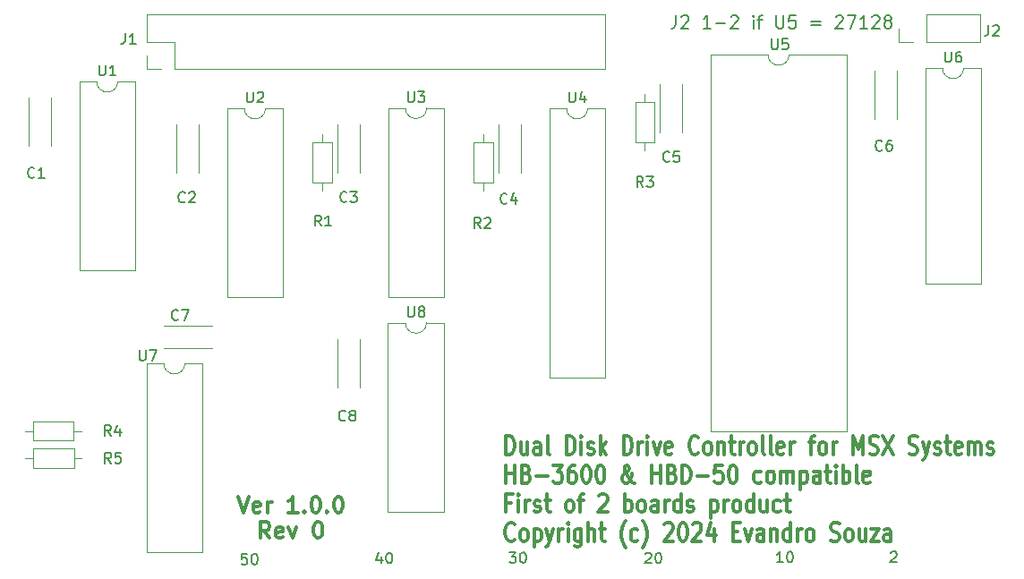
<source format=gbr>
%TF.GenerationSoftware,KiCad,Pcbnew,7.0.9*%
%TF.CreationDate,2024-01-06T19:35:49-03:00*%
%TF.ProjectId,HB3600-Cart,48423336-3030-42d4-9361-72742e6b6963,V1.0*%
%TF.SameCoordinates,Original*%
%TF.FileFunction,Legend,Top*%
%TF.FilePolarity,Positive*%
%FSLAX46Y46*%
G04 Gerber Fmt 4.6, Leading zero omitted, Abs format (unit mm)*
G04 Created by KiCad (PCBNEW 7.0.9) date 2024-01-06 19:35:49*
%MOMM*%
%LPD*%
G01*
G04 APERTURE LIST*
%ADD10C,0.150000*%
%ADD11C,0.200000*%
%ADD12C,0.300000*%
%ADD13C,0.120000*%
G04 APERTURE END LIST*
D10*
X165031150Y-140752752D02*
X165031150Y-141419419D01*
X164793055Y-140371800D02*
X164554960Y-141086085D01*
X164554960Y-141086085D02*
X165174007Y-141086085D01*
X165745436Y-140419419D02*
X165840674Y-140419419D01*
X165840674Y-140419419D02*
X165935912Y-140467038D01*
X165935912Y-140467038D02*
X165983531Y-140514657D01*
X165983531Y-140514657D02*
X166031150Y-140609895D01*
X166031150Y-140609895D02*
X166078769Y-140800371D01*
X166078769Y-140800371D02*
X166078769Y-141038466D01*
X166078769Y-141038466D02*
X166031150Y-141228942D01*
X166031150Y-141228942D02*
X165983531Y-141324180D01*
X165983531Y-141324180D02*
X165935912Y-141371800D01*
X165935912Y-141371800D02*
X165840674Y-141419419D01*
X165840674Y-141419419D02*
X165745436Y-141419419D01*
X165745436Y-141419419D02*
X165650198Y-141371800D01*
X165650198Y-141371800D02*
X165602579Y-141324180D01*
X165602579Y-141324180D02*
X165554960Y-141228942D01*
X165554960Y-141228942D02*
X165507341Y-141038466D01*
X165507341Y-141038466D02*
X165507341Y-140800371D01*
X165507341Y-140800371D02*
X165554960Y-140609895D01*
X165554960Y-140609895D02*
X165602579Y-140514657D01*
X165602579Y-140514657D02*
X165650198Y-140467038D01*
X165650198Y-140467038D02*
X165745436Y-140419419D01*
X177156541Y-140368619D02*
X177775588Y-140368619D01*
X177775588Y-140368619D02*
X177442255Y-140749571D01*
X177442255Y-140749571D02*
X177585112Y-140749571D01*
X177585112Y-140749571D02*
X177680350Y-140797190D01*
X177680350Y-140797190D02*
X177727969Y-140844809D01*
X177727969Y-140844809D02*
X177775588Y-140940047D01*
X177775588Y-140940047D02*
X177775588Y-141178142D01*
X177775588Y-141178142D02*
X177727969Y-141273380D01*
X177727969Y-141273380D02*
X177680350Y-141321000D01*
X177680350Y-141321000D02*
X177585112Y-141368619D01*
X177585112Y-141368619D02*
X177299398Y-141368619D01*
X177299398Y-141368619D02*
X177204160Y-141321000D01*
X177204160Y-141321000D02*
X177156541Y-141273380D01*
X178394636Y-140368619D02*
X178489874Y-140368619D01*
X178489874Y-140368619D02*
X178585112Y-140416238D01*
X178585112Y-140416238D02*
X178632731Y-140463857D01*
X178632731Y-140463857D02*
X178680350Y-140559095D01*
X178680350Y-140559095D02*
X178727969Y-140749571D01*
X178727969Y-140749571D02*
X178727969Y-140987666D01*
X178727969Y-140987666D02*
X178680350Y-141178142D01*
X178680350Y-141178142D02*
X178632731Y-141273380D01*
X178632731Y-141273380D02*
X178585112Y-141321000D01*
X178585112Y-141321000D02*
X178489874Y-141368619D01*
X178489874Y-141368619D02*
X178394636Y-141368619D01*
X178394636Y-141368619D02*
X178299398Y-141321000D01*
X178299398Y-141321000D02*
X178251779Y-141273380D01*
X178251779Y-141273380D02*
X178204160Y-141178142D01*
X178204160Y-141178142D02*
X178156541Y-140987666D01*
X178156541Y-140987666D02*
X178156541Y-140749571D01*
X178156541Y-140749571D02*
X178204160Y-140559095D01*
X178204160Y-140559095D02*
X178251779Y-140463857D01*
X178251779Y-140463857D02*
X178299398Y-140416238D01*
X178299398Y-140416238D02*
X178394636Y-140368619D01*
X203023188Y-141317819D02*
X202451760Y-141317819D01*
X202737474Y-141317819D02*
X202737474Y-140317819D01*
X202737474Y-140317819D02*
X202642236Y-140460676D01*
X202642236Y-140460676D02*
X202546998Y-140555914D01*
X202546998Y-140555914D02*
X202451760Y-140603533D01*
X203642236Y-140317819D02*
X203737474Y-140317819D01*
X203737474Y-140317819D02*
X203832712Y-140365438D01*
X203832712Y-140365438D02*
X203880331Y-140413057D01*
X203880331Y-140413057D02*
X203927950Y-140508295D01*
X203927950Y-140508295D02*
X203975569Y-140698771D01*
X203975569Y-140698771D02*
X203975569Y-140936866D01*
X203975569Y-140936866D02*
X203927950Y-141127342D01*
X203927950Y-141127342D02*
X203880331Y-141222580D01*
X203880331Y-141222580D02*
X203832712Y-141270200D01*
X203832712Y-141270200D02*
X203737474Y-141317819D01*
X203737474Y-141317819D02*
X203642236Y-141317819D01*
X203642236Y-141317819D02*
X203546998Y-141270200D01*
X203546998Y-141270200D02*
X203499379Y-141222580D01*
X203499379Y-141222580D02*
X203451760Y-141127342D01*
X203451760Y-141127342D02*
X203404141Y-140936866D01*
X203404141Y-140936866D02*
X203404141Y-140698771D01*
X203404141Y-140698771D02*
X203451760Y-140508295D01*
X203451760Y-140508295D02*
X203499379Y-140413057D01*
X203499379Y-140413057D02*
X203546998Y-140365438D01*
X203546998Y-140365438D02*
X203642236Y-140317819D01*
X152327969Y-140521019D02*
X151851779Y-140521019D01*
X151851779Y-140521019D02*
X151804160Y-140997209D01*
X151804160Y-140997209D02*
X151851779Y-140949590D01*
X151851779Y-140949590D02*
X151947017Y-140901971D01*
X151947017Y-140901971D02*
X152185112Y-140901971D01*
X152185112Y-140901971D02*
X152280350Y-140949590D01*
X152280350Y-140949590D02*
X152327969Y-140997209D01*
X152327969Y-140997209D02*
X152375588Y-141092447D01*
X152375588Y-141092447D02*
X152375588Y-141330542D01*
X152375588Y-141330542D02*
X152327969Y-141425780D01*
X152327969Y-141425780D02*
X152280350Y-141473400D01*
X152280350Y-141473400D02*
X152185112Y-141521019D01*
X152185112Y-141521019D02*
X151947017Y-141521019D01*
X151947017Y-141521019D02*
X151851779Y-141473400D01*
X151851779Y-141473400D02*
X151804160Y-141425780D01*
X152994636Y-140521019D02*
X153089874Y-140521019D01*
X153089874Y-140521019D02*
X153185112Y-140568638D01*
X153185112Y-140568638D02*
X153232731Y-140616257D01*
X153232731Y-140616257D02*
X153280350Y-140711495D01*
X153280350Y-140711495D02*
X153327969Y-140901971D01*
X153327969Y-140901971D02*
X153327969Y-141140066D01*
X153327969Y-141140066D02*
X153280350Y-141330542D01*
X153280350Y-141330542D02*
X153232731Y-141425780D01*
X153232731Y-141425780D02*
X153185112Y-141473400D01*
X153185112Y-141473400D02*
X153089874Y-141521019D01*
X153089874Y-141521019D02*
X152994636Y-141521019D01*
X152994636Y-141521019D02*
X152899398Y-141473400D01*
X152899398Y-141473400D02*
X152851779Y-141425780D01*
X152851779Y-141425780D02*
X152804160Y-141330542D01*
X152804160Y-141330542D02*
X152756541Y-141140066D01*
X152756541Y-141140066D02*
X152756541Y-140901971D01*
X152756541Y-140901971D02*
X152804160Y-140711495D01*
X152804160Y-140711495D02*
X152851779Y-140616257D01*
X152851779Y-140616257D02*
X152899398Y-140568638D01*
X152899398Y-140568638D02*
X152994636Y-140521019D01*
X213221360Y-140413057D02*
X213268979Y-140365438D01*
X213268979Y-140365438D02*
X213364217Y-140317819D01*
X213364217Y-140317819D02*
X213602312Y-140317819D01*
X213602312Y-140317819D02*
X213697550Y-140365438D01*
X213697550Y-140365438D02*
X213745169Y-140413057D01*
X213745169Y-140413057D02*
X213792788Y-140508295D01*
X213792788Y-140508295D02*
X213792788Y-140603533D01*
X213792788Y-140603533D02*
X213745169Y-140746390D01*
X213745169Y-140746390D02*
X213173741Y-141317819D01*
X213173741Y-141317819D02*
X213792788Y-141317819D01*
D11*
X192908685Y-89589192D02*
X192908685Y-90446335D01*
X192908685Y-90446335D02*
X192851542Y-90617764D01*
X192851542Y-90617764D02*
X192737256Y-90732050D01*
X192737256Y-90732050D02*
X192565828Y-90789192D01*
X192565828Y-90789192D02*
X192451542Y-90789192D01*
X193422971Y-89703478D02*
X193480114Y-89646335D01*
X193480114Y-89646335D02*
X193594400Y-89589192D01*
X193594400Y-89589192D02*
X193880114Y-89589192D01*
X193880114Y-89589192D02*
X193994400Y-89646335D01*
X193994400Y-89646335D02*
X194051542Y-89703478D01*
X194051542Y-89703478D02*
X194108685Y-89817764D01*
X194108685Y-89817764D02*
X194108685Y-89932050D01*
X194108685Y-89932050D02*
X194051542Y-90103478D01*
X194051542Y-90103478D02*
X193365828Y-90789192D01*
X193365828Y-90789192D02*
X194108685Y-90789192D01*
X196165828Y-90789192D02*
X195480114Y-90789192D01*
X195822971Y-90789192D02*
X195822971Y-89589192D01*
X195822971Y-89589192D02*
X195708685Y-89760621D01*
X195708685Y-89760621D02*
X195594400Y-89874907D01*
X195594400Y-89874907D02*
X195480114Y-89932050D01*
X196680114Y-90332050D02*
X197594400Y-90332050D01*
X198108685Y-89703478D02*
X198165828Y-89646335D01*
X198165828Y-89646335D02*
X198280114Y-89589192D01*
X198280114Y-89589192D02*
X198565828Y-89589192D01*
X198565828Y-89589192D02*
X198680114Y-89646335D01*
X198680114Y-89646335D02*
X198737256Y-89703478D01*
X198737256Y-89703478D02*
X198794399Y-89817764D01*
X198794399Y-89817764D02*
X198794399Y-89932050D01*
X198794399Y-89932050D02*
X198737256Y-90103478D01*
X198737256Y-90103478D02*
X198051542Y-90789192D01*
X198051542Y-90789192D02*
X198794399Y-90789192D01*
X200222971Y-90789192D02*
X200222971Y-89989192D01*
X200222971Y-89589192D02*
X200165828Y-89646335D01*
X200165828Y-89646335D02*
X200222971Y-89703478D01*
X200222971Y-89703478D02*
X200280114Y-89646335D01*
X200280114Y-89646335D02*
X200222971Y-89589192D01*
X200222971Y-89589192D02*
X200222971Y-89703478D01*
X200622971Y-89989192D02*
X201080114Y-89989192D01*
X200794400Y-90789192D02*
X200794400Y-89760621D01*
X200794400Y-89760621D02*
X200851543Y-89646335D01*
X200851543Y-89646335D02*
X200965828Y-89589192D01*
X200965828Y-89589192D02*
X201080114Y-89589192D01*
X202394400Y-89589192D02*
X202394400Y-90560621D01*
X202394400Y-90560621D02*
X202451543Y-90674907D01*
X202451543Y-90674907D02*
X202508686Y-90732050D01*
X202508686Y-90732050D02*
X202622971Y-90789192D01*
X202622971Y-90789192D02*
X202851543Y-90789192D01*
X202851543Y-90789192D02*
X202965828Y-90732050D01*
X202965828Y-90732050D02*
X203022971Y-90674907D01*
X203022971Y-90674907D02*
X203080114Y-90560621D01*
X203080114Y-90560621D02*
X203080114Y-89589192D01*
X204222971Y-89589192D02*
X203651543Y-89589192D01*
X203651543Y-89589192D02*
X203594400Y-90160621D01*
X203594400Y-90160621D02*
X203651543Y-90103478D01*
X203651543Y-90103478D02*
X203765829Y-90046335D01*
X203765829Y-90046335D02*
X204051543Y-90046335D01*
X204051543Y-90046335D02*
X204165829Y-90103478D01*
X204165829Y-90103478D02*
X204222971Y-90160621D01*
X204222971Y-90160621D02*
X204280114Y-90274907D01*
X204280114Y-90274907D02*
X204280114Y-90560621D01*
X204280114Y-90560621D02*
X204222971Y-90674907D01*
X204222971Y-90674907D02*
X204165829Y-90732050D01*
X204165829Y-90732050D02*
X204051543Y-90789192D01*
X204051543Y-90789192D02*
X203765829Y-90789192D01*
X203765829Y-90789192D02*
X203651543Y-90732050D01*
X203651543Y-90732050D02*
X203594400Y-90674907D01*
X205708686Y-90160621D02*
X206622972Y-90160621D01*
X206622972Y-90503478D02*
X205708686Y-90503478D01*
X208051543Y-89703478D02*
X208108686Y-89646335D01*
X208108686Y-89646335D02*
X208222972Y-89589192D01*
X208222972Y-89589192D02*
X208508686Y-89589192D01*
X208508686Y-89589192D02*
X208622972Y-89646335D01*
X208622972Y-89646335D02*
X208680114Y-89703478D01*
X208680114Y-89703478D02*
X208737257Y-89817764D01*
X208737257Y-89817764D02*
X208737257Y-89932050D01*
X208737257Y-89932050D02*
X208680114Y-90103478D01*
X208680114Y-90103478D02*
X207994400Y-90789192D01*
X207994400Y-90789192D02*
X208737257Y-90789192D01*
X209137257Y-89589192D02*
X209937257Y-89589192D01*
X209937257Y-89589192D02*
X209422971Y-90789192D01*
X211022971Y-90789192D02*
X210337257Y-90789192D01*
X210680114Y-90789192D02*
X210680114Y-89589192D01*
X210680114Y-89589192D02*
X210565828Y-89760621D01*
X210565828Y-89760621D02*
X210451543Y-89874907D01*
X210451543Y-89874907D02*
X210337257Y-89932050D01*
X211480114Y-89703478D02*
X211537257Y-89646335D01*
X211537257Y-89646335D02*
X211651543Y-89589192D01*
X211651543Y-89589192D02*
X211937257Y-89589192D01*
X211937257Y-89589192D02*
X212051543Y-89646335D01*
X212051543Y-89646335D02*
X212108685Y-89703478D01*
X212108685Y-89703478D02*
X212165828Y-89817764D01*
X212165828Y-89817764D02*
X212165828Y-89932050D01*
X212165828Y-89932050D02*
X212108685Y-90103478D01*
X212108685Y-90103478D02*
X211422971Y-90789192D01*
X211422971Y-90789192D02*
X212165828Y-90789192D01*
X212851542Y-90103478D02*
X212737257Y-90046335D01*
X212737257Y-90046335D02*
X212680114Y-89989192D01*
X212680114Y-89989192D02*
X212622971Y-89874907D01*
X212622971Y-89874907D02*
X212622971Y-89817764D01*
X212622971Y-89817764D02*
X212680114Y-89703478D01*
X212680114Y-89703478D02*
X212737257Y-89646335D01*
X212737257Y-89646335D02*
X212851542Y-89589192D01*
X212851542Y-89589192D02*
X213080114Y-89589192D01*
X213080114Y-89589192D02*
X213194400Y-89646335D01*
X213194400Y-89646335D02*
X213251542Y-89703478D01*
X213251542Y-89703478D02*
X213308685Y-89817764D01*
X213308685Y-89817764D02*
X213308685Y-89874907D01*
X213308685Y-89874907D02*
X213251542Y-89989192D01*
X213251542Y-89989192D02*
X213194400Y-90046335D01*
X213194400Y-90046335D02*
X213080114Y-90103478D01*
X213080114Y-90103478D02*
X212851542Y-90103478D01*
X212851542Y-90103478D02*
X212737257Y-90160621D01*
X212737257Y-90160621D02*
X212680114Y-90217764D01*
X212680114Y-90217764D02*
X212622971Y-90332050D01*
X212622971Y-90332050D02*
X212622971Y-90560621D01*
X212622971Y-90560621D02*
X212680114Y-90674907D01*
X212680114Y-90674907D02*
X212737257Y-90732050D01*
X212737257Y-90732050D02*
X212851542Y-90789192D01*
X212851542Y-90789192D02*
X213080114Y-90789192D01*
X213080114Y-90789192D02*
X213194400Y-90732050D01*
X213194400Y-90732050D02*
X213251542Y-90674907D01*
X213251542Y-90674907D02*
X213308685Y-90560621D01*
X213308685Y-90560621D02*
X213308685Y-90332050D01*
X213308685Y-90332050D02*
X213251542Y-90217764D01*
X213251542Y-90217764D02*
X213194400Y-90160621D01*
X213194400Y-90160621D02*
X213080114Y-90103478D01*
D12*
X151483087Y-135100828D02*
X151983087Y-136600828D01*
X151983087Y-136600828D02*
X152483087Y-135100828D01*
X153554515Y-136529400D02*
X153411658Y-136600828D01*
X153411658Y-136600828D02*
X153125944Y-136600828D01*
X153125944Y-136600828D02*
X152983086Y-136529400D01*
X152983086Y-136529400D02*
X152911658Y-136386542D01*
X152911658Y-136386542D02*
X152911658Y-135815114D01*
X152911658Y-135815114D02*
X152983086Y-135672257D01*
X152983086Y-135672257D02*
X153125944Y-135600828D01*
X153125944Y-135600828D02*
X153411658Y-135600828D01*
X153411658Y-135600828D02*
X153554515Y-135672257D01*
X153554515Y-135672257D02*
X153625944Y-135815114D01*
X153625944Y-135815114D02*
X153625944Y-135957971D01*
X153625944Y-135957971D02*
X152911658Y-136100828D01*
X154268800Y-136600828D02*
X154268800Y-135600828D01*
X154268800Y-135886542D02*
X154340229Y-135743685D01*
X154340229Y-135743685D02*
X154411658Y-135672257D01*
X154411658Y-135672257D02*
X154554515Y-135600828D01*
X154554515Y-135600828D02*
X154697372Y-135600828D01*
X157125943Y-136600828D02*
X156268800Y-136600828D01*
X156697371Y-136600828D02*
X156697371Y-135100828D01*
X156697371Y-135100828D02*
X156554514Y-135315114D01*
X156554514Y-135315114D02*
X156411657Y-135457971D01*
X156411657Y-135457971D02*
X156268800Y-135529400D01*
X157768799Y-136457971D02*
X157840228Y-136529400D01*
X157840228Y-136529400D02*
X157768799Y-136600828D01*
X157768799Y-136600828D02*
X157697371Y-136529400D01*
X157697371Y-136529400D02*
X157768799Y-136457971D01*
X157768799Y-136457971D02*
X157768799Y-136600828D01*
X158768800Y-135100828D02*
X158911657Y-135100828D01*
X158911657Y-135100828D02*
X159054514Y-135172257D01*
X159054514Y-135172257D02*
X159125943Y-135243685D01*
X159125943Y-135243685D02*
X159197371Y-135386542D01*
X159197371Y-135386542D02*
X159268800Y-135672257D01*
X159268800Y-135672257D02*
X159268800Y-136029400D01*
X159268800Y-136029400D02*
X159197371Y-136315114D01*
X159197371Y-136315114D02*
X159125943Y-136457971D01*
X159125943Y-136457971D02*
X159054514Y-136529400D01*
X159054514Y-136529400D02*
X158911657Y-136600828D01*
X158911657Y-136600828D02*
X158768800Y-136600828D01*
X158768800Y-136600828D02*
X158625943Y-136529400D01*
X158625943Y-136529400D02*
X158554514Y-136457971D01*
X158554514Y-136457971D02*
X158483085Y-136315114D01*
X158483085Y-136315114D02*
X158411657Y-136029400D01*
X158411657Y-136029400D02*
X158411657Y-135672257D01*
X158411657Y-135672257D02*
X158483085Y-135386542D01*
X158483085Y-135386542D02*
X158554514Y-135243685D01*
X158554514Y-135243685D02*
X158625943Y-135172257D01*
X158625943Y-135172257D02*
X158768800Y-135100828D01*
X159911656Y-136457971D02*
X159983085Y-136529400D01*
X159983085Y-136529400D02*
X159911656Y-136600828D01*
X159911656Y-136600828D02*
X159840228Y-136529400D01*
X159840228Y-136529400D02*
X159911656Y-136457971D01*
X159911656Y-136457971D02*
X159911656Y-136600828D01*
X160911657Y-135100828D02*
X161054514Y-135100828D01*
X161054514Y-135100828D02*
X161197371Y-135172257D01*
X161197371Y-135172257D02*
X161268800Y-135243685D01*
X161268800Y-135243685D02*
X161340228Y-135386542D01*
X161340228Y-135386542D02*
X161411657Y-135672257D01*
X161411657Y-135672257D02*
X161411657Y-136029400D01*
X161411657Y-136029400D02*
X161340228Y-136315114D01*
X161340228Y-136315114D02*
X161268800Y-136457971D01*
X161268800Y-136457971D02*
X161197371Y-136529400D01*
X161197371Y-136529400D02*
X161054514Y-136600828D01*
X161054514Y-136600828D02*
X160911657Y-136600828D01*
X160911657Y-136600828D02*
X160768800Y-136529400D01*
X160768800Y-136529400D02*
X160697371Y-136457971D01*
X160697371Y-136457971D02*
X160625942Y-136315114D01*
X160625942Y-136315114D02*
X160554514Y-136029400D01*
X160554514Y-136029400D02*
X160554514Y-135672257D01*
X160554514Y-135672257D02*
X160625942Y-135386542D01*
X160625942Y-135386542D02*
X160697371Y-135243685D01*
X160697371Y-135243685D02*
X160768800Y-135172257D01*
X160768800Y-135172257D02*
X160911657Y-135100828D01*
X154483086Y-139015828D02*
X153983086Y-138301542D01*
X153625943Y-139015828D02*
X153625943Y-137515828D01*
X153625943Y-137515828D02*
X154197372Y-137515828D01*
X154197372Y-137515828D02*
X154340229Y-137587257D01*
X154340229Y-137587257D02*
X154411658Y-137658685D01*
X154411658Y-137658685D02*
X154483086Y-137801542D01*
X154483086Y-137801542D02*
X154483086Y-138015828D01*
X154483086Y-138015828D02*
X154411658Y-138158685D01*
X154411658Y-138158685D02*
X154340229Y-138230114D01*
X154340229Y-138230114D02*
X154197372Y-138301542D01*
X154197372Y-138301542D02*
X153625943Y-138301542D01*
X155697372Y-138944400D02*
X155554515Y-139015828D01*
X155554515Y-139015828D02*
X155268801Y-139015828D01*
X155268801Y-139015828D02*
X155125943Y-138944400D01*
X155125943Y-138944400D02*
X155054515Y-138801542D01*
X155054515Y-138801542D02*
X155054515Y-138230114D01*
X155054515Y-138230114D02*
X155125943Y-138087257D01*
X155125943Y-138087257D02*
X155268801Y-138015828D01*
X155268801Y-138015828D02*
X155554515Y-138015828D01*
X155554515Y-138015828D02*
X155697372Y-138087257D01*
X155697372Y-138087257D02*
X155768801Y-138230114D01*
X155768801Y-138230114D02*
X155768801Y-138372971D01*
X155768801Y-138372971D02*
X155054515Y-138515828D01*
X156268800Y-138015828D02*
X156625943Y-139015828D01*
X156625943Y-139015828D02*
X156983086Y-138015828D01*
X158983086Y-137515828D02*
X159125943Y-137515828D01*
X159125943Y-137515828D02*
X159268800Y-137587257D01*
X159268800Y-137587257D02*
X159340229Y-137658685D01*
X159340229Y-137658685D02*
X159411657Y-137801542D01*
X159411657Y-137801542D02*
X159483086Y-138087257D01*
X159483086Y-138087257D02*
X159483086Y-138444400D01*
X159483086Y-138444400D02*
X159411657Y-138730114D01*
X159411657Y-138730114D02*
X159340229Y-138872971D01*
X159340229Y-138872971D02*
X159268800Y-138944400D01*
X159268800Y-138944400D02*
X159125943Y-139015828D01*
X159125943Y-139015828D02*
X158983086Y-139015828D01*
X158983086Y-139015828D02*
X158840229Y-138944400D01*
X158840229Y-138944400D02*
X158768800Y-138872971D01*
X158768800Y-138872971D02*
X158697371Y-138730114D01*
X158697371Y-138730114D02*
X158625943Y-138444400D01*
X158625943Y-138444400D02*
X158625943Y-138087257D01*
X158625943Y-138087257D02*
X158697371Y-137801542D01*
X158697371Y-137801542D02*
X158768800Y-137658685D01*
X158768800Y-137658685D02*
X158840229Y-137587257D01*
X158840229Y-137587257D02*
X158983086Y-137515828D01*
X176829751Y-131096603D02*
X176829751Y-129396603D01*
X176829751Y-129396603D02*
X177163084Y-129396603D01*
X177163084Y-129396603D02*
X177363084Y-129477555D01*
X177363084Y-129477555D02*
X177496418Y-129639460D01*
X177496418Y-129639460D02*
X177563084Y-129801365D01*
X177563084Y-129801365D02*
X177629751Y-130125174D01*
X177629751Y-130125174D02*
X177629751Y-130368031D01*
X177629751Y-130368031D02*
X177563084Y-130691841D01*
X177563084Y-130691841D02*
X177496418Y-130853746D01*
X177496418Y-130853746D02*
X177363084Y-131015651D01*
X177363084Y-131015651D02*
X177163084Y-131096603D01*
X177163084Y-131096603D02*
X176829751Y-131096603D01*
X178829751Y-129963270D02*
X178829751Y-131096603D01*
X178229751Y-129963270D02*
X178229751Y-130853746D01*
X178229751Y-130853746D02*
X178296418Y-131015651D01*
X178296418Y-131015651D02*
X178429751Y-131096603D01*
X178429751Y-131096603D02*
X178629751Y-131096603D01*
X178629751Y-131096603D02*
X178763084Y-131015651D01*
X178763084Y-131015651D02*
X178829751Y-130934698D01*
X180096418Y-131096603D02*
X180096418Y-130206127D01*
X180096418Y-130206127D02*
X180029751Y-130044222D01*
X180029751Y-130044222D02*
X179896418Y-129963270D01*
X179896418Y-129963270D02*
X179629751Y-129963270D01*
X179629751Y-129963270D02*
X179496418Y-130044222D01*
X180096418Y-131015651D02*
X179963085Y-131096603D01*
X179963085Y-131096603D02*
X179629751Y-131096603D01*
X179629751Y-131096603D02*
X179496418Y-131015651D01*
X179496418Y-131015651D02*
X179429751Y-130853746D01*
X179429751Y-130853746D02*
X179429751Y-130691841D01*
X179429751Y-130691841D02*
X179496418Y-130529936D01*
X179496418Y-130529936D02*
X179629751Y-130448984D01*
X179629751Y-130448984D02*
X179963085Y-130448984D01*
X179963085Y-130448984D02*
X180096418Y-130368031D01*
X180963085Y-131096603D02*
X180829752Y-131015651D01*
X180829752Y-131015651D02*
X180763085Y-130853746D01*
X180763085Y-130853746D02*
X180763085Y-129396603D01*
X182563085Y-131096603D02*
X182563085Y-129396603D01*
X182563085Y-129396603D02*
X182896418Y-129396603D01*
X182896418Y-129396603D02*
X183096418Y-129477555D01*
X183096418Y-129477555D02*
X183229752Y-129639460D01*
X183229752Y-129639460D02*
X183296418Y-129801365D01*
X183296418Y-129801365D02*
X183363085Y-130125174D01*
X183363085Y-130125174D02*
X183363085Y-130368031D01*
X183363085Y-130368031D02*
X183296418Y-130691841D01*
X183296418Y-130691841D02*
X183229752Y-130853746D01*
X183229752Y-130853746D02*
X183096418Y-131015651D01*
X183096418Y-131015651D02*
X182896418Y-131096603D01*
X182896418Y-131096603D02*
X182563085Y-131096603D01*
X183963085Y-131096603D02*
X183963085Y-129963270D01*
X183963085Y-129396603D02*
X183896418Y-129477555D01*
X183896418Y-129477555D02*
X183963085Y-129558508D01*
X183963085Y-129558508D02*
X184029752Y-129477555D01*
X184029752Y-129477555D02*
X183963085Y-129396603D01*
X183963085Y-129396603D02*
X183963085Y-129558508D01*
X184563085Y-131015651D02*
X184696419Y-131096603D01*
X184696419Y-131096603D02*
X184963085Y-131096603D01*
X184963085Y-131096603D02*
X185096419Y-131015651D01*
X185096419Y-131015651D02*
X185163085Y-130853746D01*
X185163085Y-130853746D02*
X185163085Y-130772793D01*
X185163085Y-130772793D02*
X185096419Y-130610889D01*
X185096419Y-130610889D02*
X184963085Y-130529936D01*
X184963085Y-130529936D02*
X184763085Y-130529936D01*
X184763085Y-130529936D02*
X184629752Y-130448984D01*
X184629752Y-130448984D02*
X184563085Y-130287079D01*
X184563085Y-130287079D02*
X184563085Y-130206127D01*
X184563085Y-130206127D02*
X184629752Y-130044222D01*
X184629752Y-130044222D02*
X184763085Y-129963270D01*
X184763085Y-129963270D02*
X184963085Y-129963270D01*
X184963085Y-129963270D02*
X185096419Y-130044222D01*
X185763085Y-131096603D02*
X185763085Y-129396603D01*
X185896418Y-130448984D02*
X186296418Y-131096603D01*
X186296418Y-129963270D02*
X185763085Y-130610889D01*
X187963085Y-131096603D02*
X187963085Y-129396603D01*
X187963085Y-129396603D02*
X188296418Y-129396603D01*
X188296418Y-129396603D02*
X188496418Y-129477555D01*
X188496418Y-129477555D02*
X188629752Y-129639460D01*
X188629752Y-129639460D02*
X188696418Y-129801365D01*
X188696418Y-129801365D02*
X188763085Y-130125174D01*
X188763085Y-130125174D02*
X188763085Y-130368031D01*
X188763085Y-130368031D02*
X188696418Y-130691841D01*
X188696418Y-130691841D02*
X188629752Y-130853746D01*
X188629752Y-130853746D02*
X188496418Y-131015651D01*
X188496418Y-131015651D02*
X188296418Y-131096603D01*
X188296418Y-131096603D02*
X187963085Y-131096603D01*
X189363085Y-131096603D02*
X189363085Y-129963270D01*
X189363085Y-130287079D02*
X189429752Y-130125174D01*
X189429752Y-130125174D02*
X189496418Y-130044222D01*
X189496418Y-130044222D02*
X189629752Y-129963270D01*
X189629752Y-129963270D02*
X189763085Y-129963270D01*
X190229752Y-131096603D02*
X190229752Y-129963270D01*
X190229752Y-129396603D02*
X190163085Y-129477555D01*
X190163085Y-129477555D02*
X190229752Y-129558508D01*
X190229752Y-129558508D02*
X190296419Y-129477555D01*
X190296419Y-129477555D02*
X190229752Y-129396603D01*
X190229752Y-129396603D02*
X190229752Y-129558508D01*
X190763086Y-129963270D02*
X191096419Y-131096603D01*
X191096419Y-131096603D02*
X191429752Y-129963270D01*
X192496419Y-131015651D02*
X192363086Y-131096603D01*
X192363086Y-131096603D02*
X192096419Y-131096603D01*
X192096419Y-131096603D02*
X191963086Y-131015651D01*
X191963086Y-131015651D02*
X191896419Y-130853746D01*
X191896419Y-130853746D02*
X191896419Y-130206127D01*
X191896419Y-130206127D02*
X191963086Y-130044222D01*
X191963086Y-130044222D02*
X192096419Y-129963270D01*
X192096419Y-129963270D02*
X192363086Y-129963270D01*
X192363086Y-129963270D02*
X192496419Y-130044222D01*
X192496419Y-130044222D02*
X192563086Y-130206127D01*
X192563086Y-130206127D02*
X192563086Y-130368031D01*
X192563086Y-130368031D02*
X191896419Y-130529936D01*
X195029753Y-130934698D02*
X194963086Y-131015651D01*
X194963086Y-131015651D02*
X194763086Y-131096603D01*
X194763086Y-131096603D02*
X194629753Y-131096603D01*
X194629753Y-131096603D02*
X194429753Y-131015651D01*
X194429753Y-131015651D02*
X194296420Y-130853746D01*
X194296420Y-130853746D02*
X194229753Y-130691841D01*
X194229753Y-130691841D02*
X194163086Y-130368031D01*
X194163086Y-130368031D02*
X194163086Y-130125174D01*
X194163086Y-130125174D02*
X194229753Y-129801365D01*
X194229753Y-129801365D02*
X194296420Y-129639460D01*
X194296420Y-129639460D02*
X194429753Y-129477555D01*
X194429753Y-129477555D02*
X194629753Y-129396603D01*
X194629753Y-129396603D02*
X194763086Y-129396603D01*
X194763086Y-129396603D02*
X194963086Y-129477555D01*
X194963086Y-129477555D02*
X195029753Y-129558508D01*
X195829753Y-131096603D02*
X195696420Y-131015651D01*
X195696420Y-131015651D02*
X195629753Y-130934698D01*
X195629753Y-130934698D02*
X195563086Y-130772793D01*
X195563086Y-130772793D02*
X195563086Y-130287079D01*
X195563086Y-130287079D02*
X195629753Y-130125174D01*
X195629753Y-130125174D02*
X195696420Y-130044222D01*
X195696420Y-130044222D02*
X195829753Y-129963270D01*
X195829753Y-129963270D02*
X196029753Y-129963270D01*
X196029753Y-129963270D02*
X196163086Y-130044222D01*
X196163086Y-130044222D02*
X196229753Y-130125174D01*
X196229753Y-130125174D02*
X196296420Y-130287079D01*
X196296420Y-130287079D02*
X196296420Y-130772793D01*
X196296420Y-130772793D02*
X196229753Y-130934698D01*
X196229753Y-130934698D02*
X196163086Y-131015651D01*
X196163086Y-131015651D02*
X196029753Y-131096603D01*
X196029753Y-131096603D02*
X195829753Y-131096603D01*
X196896420Y-129963270D02*
X196896420Y-131096603D01*
X196896420Y-130125174D02*
X196963087Y-130044222D01*
X196963087Y-130044222D02*
X197096420Y-129963270D01*
X197096420Y-129963270D02*
X197296420Y-129963270D01*
X197296420Y-129963270D02*
X197429753Y-130044222D01*
X197429753Y-130044222D02*
X197496420Y-130206127D01*
X197496420Y-130206127D02*
X197496420Y-131096603D01*
X197963087Y-129963270D02*
X198496420Y-129963270D01*
X198163087Y-129396603D02*
X198163087Y-130853746D01*
X198163087Y-130853746D02*
X198229754Y-131015651D01*
X198229754Y-131015651D02*
X198363087Y-131096603D01*
X198363087Y-131096603D02*
X198496420Y-131096603D01*
X198963087Y-131096603D02*
X198963087Y-129963270D01*
X198963087Y-130287079D02*
X199029754Y-130125174D01*
X199029754Y-130125174D02*
X199096420Y-130044222D01*
X199096420Y-130044222D02*
X199229754Y-129963270D01*
X199229754Y-129963270D02*
X199363087Y-129963270D01*
X200029754Y-131096603D02*
X199896421Y-131015651D01*
X199896421Y-131015651D02*
X199829754Y-130934698D01*
X199829754Y-130934698D02*
X199763087Y-130772793D01*
X199763087Y-130772793D02*
X199763087Y-130287079D01*
X199763087Y-130287079D02*
X199829754Y-130125174D01*
X199829754Y-130125174D02*
X199896421Y-130044222D01*
X199896421Y-130044222D02*
X200029754Y-129963270D01*
X200029754Y-129963270D02*
X200229754Y-129963270D01*
X200229754Y-129963270D02*
X200363087Y-130044222D01*
X200363087Y-130044222D02*
X200429754Y-130125174D01*
X200429754Y-130125174D02*
X200496421Y-130287079D01*
X200496421Y-130287079D02*
X200496421Y-130772793D01*
X200496421Y-130772793D02*
X200429754Y-130934698D01*
X200429754Y-130934698D02*
X200363087Y-131015651D01*
X200363087Y-131015651D02*
X200229754Y-131096603D01*
X200229754Y-131096603D02*
X200029754Y-131096603D01*
X201296421Y-131096603D02*
X201163088Y-131015651D01*
X201163088Y-131015651D02*
X201096421Y-130853746D01*
X201096421Y-130853746D02*
X201096421Y-129396603D01*
X202029754Y-131096603D02*
X201896421Y-131015651D01*
X201896421Y-131015651D02*
X201829754Y-130853746D01*
X201829754Y-130853746D02*
X201829754Y-129396603D01*
X203096420Y-131015651D02*
X202963087Y-131096603D01*
X202963087Y-131096603D02*
X202696420Y-131096603D01*
X202696420Y-131096603D02*
X202563087Y-131015651D01*
X202563087Y-131015651D02*
X202496420Y-130853746D01*
X202496420Y-130853746D02*
X202496420Y-130206127D01*
X202496420Y-130206127D02*
X202563087Y-130044222D01*
X202563087Y-130044222D02*
X202696420Y-129963270D01*
X202696420Y-129963270D02*
X202963087Y-129963270D01*
X202963087Y-129963270D02*
X203096420Y-130044222D01*
X203096420Y-130044222D02*
X203163087Y-130206127D01*
X203163087Y-130206127D02*
X203163087Y-130368031D01*
X203163087Y-130368031D02*
X202496420Y-130529936D01*
X203763087Y-131096603D02*
X203763087Y-129963270D01*
X203763087Y-130287079D02*
X203829754Y-130125174D01*
X203829754Y-130125174D02*
X203896420Y-130044222D01*
X203896420Y-130044222D02*
X204029754Y-129963270D01*
X204029754Y-129963270D02*
X204163087Y-129963270D01*
X205496421Y-129963270D02*
X206029754Y-129963270D01*
X205696421Y-131096603D02*
X205696421Y-129639460D01*
X205696421Y-129639460D02*
X205763088Y-129477555D01*
X205763088Y-129477555D02*
X205896421Y-129396603D01*
X205896421Y-129396603D02*
X206029754Y-129396603D01*
X206696421Y-131096603D02*
X206563088Y-131015651D01*
X206563088Y-131015651D02*
X206496421Y-130934698D01*
X206496421Y-130934698D02*
X206429754Y-130772793D01*
X206429754Y-130772793D02*
X206429754Y-130287079D01*
X206429754Y-130287079D02*
X206496421Y-130125174D01*
X206496421Y-130125174D02*
X206563088Y-130044222D01*
X206563088Y-130044222D02*
X206696421Y-129963270D01*
X206696421Y-129963270D02*
X206896421Y-129963270D01*
X206896421Y-129963270D02*
X207029754Y-130044222D01*
X207029754Y-130044222D02*
X207096421Y-130125174D01*
X207096421Y-130125174D02*
X207163088Y-130287079D01*
X207163088Y-130287079D02*
X207163088Y-130772793D01*
X207163088Y-130772793D02*
X207096421Y-130934698D01*
X207096421Y-130934698D02*
X207029754Y-131015651D01*
X207029754Y-131015651D02*
X206896421Y-131096603D01*
X206896421Y-131096603D02*
X206696421Y-131096603D01*
X207763088Y-131096603D02*
X207763088Y-129963270D01*
X207763088Y-130287079D02*
X207829755Y-130125174D01*
X207829755Y-130125174D02*
X207896421Y-130044222D01*
X207896421Y-130044222D02*
X208029755Y-129963270D01*
X208029755Y-129963270D02*
X208163088Y-129963270D01*
X209696422Y-131096603D02*
X209696422Y-129396603D01*
X209696422Y-129396603D02*
X210163089Y-130610889D01*
X210163089Y-130610889D02*
X210629755Y-129396603D01*
X210629755Y-129396603D02*
X210629755Y-131096603D01*
X211229755Y-131015651D02*
X211429755Y-131096603D01*
X211429755Y-131096603D02*
X211763089Y-131096603D01*
X211763089Y-131096603D02*
X211896422Y-131015651D01*
X211896422Y-131015651D02*
X211963089Y-130934698D01*
X211963089Y-130934698D02*
X212029755Y-130772793D01*
X212029755Y-130772793D02*
X212029755Y-130610889D01*
X212029755Y-130610889D02*
X211963089Y-130448984D01*
X211963089Y-130448984D02*
X211896422Y-130368031D01*
X211896422Y-130368031D02*
X211763089Y-130287079D01*
X211763089Y-130287079D02*
X211496422Y-130206127D01*
X211496422Y-130206127D02*
X211363089Y-130125174D01*
X211363089Y-130125174D02*
X211296422Y-130044222D01*
X211296422Y-130044222D02*
X211229755Y-129882317D01*
X211229755Y-129882317D02*
X211229755Y-129720412D01*
X211229755Y-129720412D02*
X211296422Y-129558508D01*
X211296422Y-129558508D02*
X211363089Y-129477555D01*
X211363089Y-129477555D02*
X211496422Y-129396603D01*
X211496422Y-129396603D02*
X211829755Y-129396603D01*
X211829755Y-129396603D02*
X212029755Y-129477555D01*
X212496422Y-129396603D02*
X213429755Y-131096603D01*
X213429755Y-129396603D02*
X212496422Y-131096603D01*
X214963088Y-131015651D02*
X215163088Y-131096603D01*
X215163088Y-131096603D02*
X215496422Y-131096603D01*
X215496422Y-131096603D02*
X215629755Y-131015651D01*
X215629755Y-131015651D02*
X215696422Y-130934698D01*
X215696422Y-130934698D02*
X215763088Y-130772793D01*
X215763088Y-130772793D02*
X215763088Y-130610889D01*
X215763088Y-130610889D02*
X215696422Y-130448984D01*
X215696422Y-130448984D02*
X215629755Y-130368031D01*
X215629755Y-130368031D02*
X215496422Y-130287079D01*
X215496422Y-130287079D02*
X215229755Y-130206127D01*
X215229755Y-130206127D02*
X215096422Y-130125174D01*
X215096422Y-130125174D02*
X215029755Y-130044222D01*
X215029755Y-130044222D02*
X214963088Y-129882317D01*
X214963088Y-129882317D02*
X214963088Y-129720412D01*
X214963088Y-129720412D02*
X215029755Y-129558508D01*
X215029755Y-129558508D02*
X215096422Y-129477555D01*
X215096422Y-129477555D02*
X215229755Y-129396603D01*
X215229755Y-129396603D02*
X215563088Y-129396603D01*
X215563088Y-129396603D02*
X215763088Y-129477555D01*
X216229755Y-129963270D02*
X216563088Y-131096603D01*
X216896421Y-129963270D02*
X216563088Y-131096603D01*
X216563088Y-131096603D02*
X216429755Y-131501365D01*
X216429755Y-131501365D02*
X216363088Y-131582317D01*
X216363088Y-131582317D02*
X216229755Y-131663270D01*
X217363088Y-131015651D02*
X217496422Y-131096603D01*
X217496422Y-131096603D02*
X217763088Y-131096603D01*
X217763088Y-131096603D02*
X217896422Y-131015651D01*
X217896422Y-131015651D02*
X217963088Y-130853746D01*
X217963088Y-130853746D02*
X217963088Y-130772793D01*
X217963088Y-130772793D02*
X217896422Y-130610889D01*
X217896422Y-130610889D02*
X217763088Y-130529936D01*
X217763088Y-130529936D02*
X217563088Y-130529936D01*
X217563088Y-130529936D02*
X217429755Y-130448984D01*
X217429755Y-130448984D02*
X217363088Y-130287079D01*
X217363088Y-130287079D02*
X217363088Y-130206127D01*
X217363088Y-130206127D02*
X217429755Y-130044222D01*
X217429755Y-130044222D02*
X217563088Y-129963270D01*
X217563088Y-129963270D02*
X217763088Y-129963270D01*
X217763088Y-129963270D02*
X217896422Y-130044222D01*
X218363088Y-129963270D02*
X218896421Y-129963270D01*
X218563088Y-129396603D02*
X218563088Y-130853746D01*
X218563088Y-130853746D02*
X218629755Y-131015651D01*
X218629755Y-131015651D02*
X218763088Y-131096603D01*
X218763088Y-131096603D02*
X218896421Y-131096603D01*
X219896421Y-131015651D02*
X219763088Y-131096603D01*
X219763088Y-131096603D02*
X219496421Y-131096603D01*
X219496421Y-131096603D02*
X219363088Y-131015651D01*
X219363088Y-131015651D02*
X219296421Y-130853746D01*
X219296421Y-130853746D02*
X219296421Y-130206127D01*
X219296421Y-130206127D02*
X219363088Y-130044222D01*
X219363088Y-130044222D02*
X219496421Y-129963270D01*
X219496421Y-129963270D02*
X219763088Y-129963270D01*
X219763088Y-129963270D02*
X219896421Y-130044222D01*
X219896421Y-130044222D02*
X219963088Y-130206127D01*
X219963088Y-130206127D02*
X219963088Y-130368031D01*
X219963088Y-130368031D02*
X219296421Y-130529936D01*
X220563088Y-131096603D02*
X220563088Y-129963270D01*
X220563088Y-130125174D02*
X220629755Y-130044222D01*
X220629755Y-130044222D02*
X220763088Y-129963270D01*
X220763088Y-129963270D02*
X220963088Y-129963270D01*
X220963088Y-129963270D02*
X221096421Y-130044222D01*
X221096421Y-130044222D02*
X221163088Y-130206127D01*
X221163088Y-130206127D02*
X221163088Y-131096603D01*
X221163088Y-130206127D02*
X221229755Y-130044222D01*
X221229755Y-130044222D02*
X221363088Y-129963270D01*
X221363088Y-129963270D02*
X221563088Y-129963270D01*
X221563088Y-129963270D02*
X221696421Y-130044222D01*
X221696421Y-130044222D02*
X221763088Y-130206127D01*
X221763088Y-130206127D02*
X221763088Y-131096603D01*
X222363088Y-131015651D02*
X222496422Y-131096603D01*
X222496422Y-131096603D02*
X222763088Y-131096603D01*
X222763088Y-131096603D02*
X222896422Y-131015651D01*
X222896422Y-131015651D02*
X222963088Y-130853746D01*
X222963088Y-130853746D02*
X222963088Y-130772793D01*
X222963088Y-130772793D02*
X222896422Y-130610889D01*
X222896422Y-130610889D02*
X222763088Y-130529936D01*
X222763088Y-130529936D02*
X222563088Y-130529936D01*
X222563088Y-130529936D02*
X222429755Y-130448984D01*
X222429755Y-130448984D02*
X222363088Y-130287079D01*
X222363088Y-130287079D02*
X222363088Y-130206127D01*
X222363088Y-130206127D02*
X222429755Y-130044222D01*
X222429755Y-130044222D02*
X222563088Y-129963270D01*
X222563088Y-129963270D02*
X222763088Y-129963270D01*
X222763088Y-129963270D02*
X222896422Y-130044222D01*
X176829751Y-133833603D02*
X176829751Y-132133603D01*
X176829751Y-132943127D02*
X177629751Y-132943127D01*
X177629751Y-133833603D02*
X177629751Y-132133603D01*
X178763085Y-132943127D02*
X178963085Y-133024079D01*
X178963085Y-133024079D02*
X179029751Y-133105031D01*
X179029751Y-133105031D02*
X179096418Y-133266936D01*
X179096418Y-133266936D02*
X179096418Y-133509793D01*
X179096418Y-133509793D02*
X179029751Y-133671698D01*
X179029751Y-133671698D02*
X178963085Y-133752651D01*
X178963085Y-133752651D02*
X178829751Y-133833603D01*
X178829751Y-133833603D02*
X178296418Y-133833603D01*
X178296418Y-133833603D02*
X178296418Y-132133603D01*
X178296418Y-132133603D02*
X178763085Y-132133603D01*
X178763085Y-132133603D02*
X178896418Y-132214555D01*
X178896418Y-132214555D02*
X178963085Y-132295508D01*
X178963085Y-132295508D02*
X179029751Y-132457412D01*
X179029751Y-132457412D02*
X179029751Y-132619317D01*
X179029751Y-132619317D02*
X178963085Y-132781222D01*
X178963085Y-132781222D02*
X178896418Y-132862174D01*
X178896418Y-132862174D02*
X178763085Y-132943127D01*
X178763085Y-132943127D02*
X178296418Y-132943127D01*
X179696418Y-133185984D02*
X180763085Y-133185984D01*
X181296418Y-132133603D02*
X182163084Y-132133603D01*
X182163084Y-132133603D02*
X181696418Y-132781222D01*
X181696418Y-132781222D02*
X181896418Y-132781222D01*
X181896418Y-132781222D02*
X182029751Y-132862174D01*
X182029751Y-132862174D02*
X182096418Y-132943127D01*
X182096418Y-132943127D02*
X182163084Y-133105031D01*
X182163084Y-133105031D02*
X182163084Y-133509793D01*
X182163084Y-133509793D02*
X182096418Y-133671698D01*
X182096418Y-133671698D02*
X182029751Y-133752651D01*
X182029751Y-133752651D02*
X181896418Y-133833603D01*
X181896418Y-133833603D02*
X181496418Y-133833603D01*
X181496418Y-133833603D02*
X181363084Y-133752651D01*
X181363084Y-133752651D02*
X181296418Y-133671698D01*
X183363084Y-132133603D02*
X183096417Y-132133603D01*
X183096417Y-132133603D02*
X182963084Y-132214555D01*
X182963084Y-132214555D02*
X182896417Y-132295508D01*
X182896417Y-132295508D02*
X182763084Y-132538365D01*
X182763084Y-132538365D02*
X182696417Y-132862174D01*
X182696417Y-132862174D02*
X182696417Y-133509793D01*
X182696417Y-133509793D02*
X182763084Y-133671698D01*
X182763084Y-133671698D02*
X182829751Y-133752651D01*
X182829751Y-133752651D02*
X182963084Y-133833603D01*
X182963084Y-133833603D02*
X183229751Y-133833603D01*
X183229751Y-133833603D02*
X183363084Y-133752651D01*
X183363084Y-133752651D02*
X183429751Y-133671698D01*
X183429751Y-133671698D02*
X183496417Y-133509793D01*
X183496417Y-133509793D02*
X183496417Y-133105031D01*
X183496417Y-133105031D02*
X183429751Y-132943127D01*
X183429751Y-132943127D02*
X183363084Y-132862174D01*
X183363084Y-132862174D02*
X183229751Y-132781222D01*
X183229751Y-132781222D02*
X182963084Y-132781222D01*
X182963084Y-132781222D02*
X182829751Y-132862174D01*
X182829751Y-132862174D02*
X182763084Y-132943127D01*
X182763084Y-132943127D02*
X182696417Y-133105031D01*
X184363084Y-132133603D02*
X184496417Y-132133603D01*
X184496417Y-132133603D02*
X184629750Y-132214555D01*
X184629750Y-132214555D02*
X184696417Y-132295508D01*
X184696417Y-132295508D02*
X184763084Y-132457412D01*
X184763084Y-132457412D02*
X184829750Y-132781222D01*
X184829750Y-132781222D02*
X184829750Y-133185984D01*
X184829750Y-133185984D02*
X184763084Y-133509793D01*
X184763084Y-133509793D02*
X184696417Y-133671698D01*
X184696417Y-133671698D02*
X184629750Y-133752651D01*
X184629750Y-133752651D02*
X184496417Y-133833603D01*
X184496417Y-133833603D02*
X184363084Y-133833603D01*
X184363084Y-133833603D02*
X184229750Y-133752651D01*
X184229750Y-133752651D02*
X184163084Y-133671698D01*
X184163084Y-133671698D02*
X184096417Y-133509793D01*
X184096417Y-133509793D02*
X184029750Y-133185984D01*
X184029750Y-133185984D02*
X184029750Y-132781222D01*
X184029750Y-132781222D02*
X184096417Y-132457412D01*
X184096417Y-132457412D02*
X184163084Y-132295508D01*
X184163084Y-132295508D02*
X184229750Y-132214555D01*
X184229750Y-132214555D02*
X184363084Y-132133603D01*
X185696417Y-132133603D02*
X185829750Y-132133603D01*
X185829750Y-132133603D02*
X185963083Y-132214555D01*
X185963083Y-132214555D02*
X186029750Y-132295508D01*
X186029750Y-132295508D02*
X186096417Y-132457412D01*
X186096417Y-132457412D02*
X186163083Y-132781222D01*
X186163083Y-132781222D02*
X186163083Y-133185984D01*
X186163083Y-133185984D02*
X186096417Y-133509793D01*
X186096417Y-133509793D02*
X186029750Y-133671698D01*
X186029750Y-133671698D02*
X185963083Y-133752651D01*
X185963083Y-133752651D02*
X185829750Y-133833603D01*
X185829750Y-133833603D02*
X185696417Y-133833603D01*
X185696417Y-133833603D02*
X185563083Y-133752651D01*
X185563083Y-133752651D02*
X185496417Y-133671698D01*
X185496417Y-133671698D02*
X185429750Y-133509793D01*
X185429750Y-133509793D02*
X185363083Y-133185984D01*
X185363083Y-133185984D02*
X185363083Y-132781222D01*
X185363083Y-132781222D02*
X185429750Y-132457412D01*
X185429750Y-132457412D02*
X185496417Y-132295508D01*
X185496417Y-132295508D02*
X185563083Y-132214555D01*
X185563083Y-132214555D02*
X185696417Y-132133603D01*
X188963083Y-133833603D02*
X188896417Y-133833603D01*
X188896417Y-133833603D02*
X188763083Y-133752651D01*
X188763083Y-133752651D02*
X188563083Y-133509793D01*
X188563083Y-133509793D02*
X188229750Y-133024079D01*
X188229750Y-133024079D02*
X188096417Y-132781222D01*
X188096417Y-132781222D02*
X188029750Y-132538365D01*
X188029750Y-132538365D02*
X188029750Y-132376460D01*
X188029750Y-132376460D02*
X188096417Y-132214555D01*
X188096417Y-132214555D02*
X188229750Y-132133603D01*
X188229750Y-132133603D02*
X188296417Y-132133603D01*
X188296417Y-132133603D02*
X188429750Y-132214555D01*
X188429750Y-132214555D02*
X188496417Y-132376460D01*
X188496417Y-132376460D02*
X188496417Y-132457412D01*
X188496417Y-132457412D02*
X188429750Y-132619317D01*
X188429750Y-132619317D02*
X188363083Y-132700270D01*
X188363083Y-132700270D02*
X187963083Y-133024079D01*
X187963083Y-133024079D02*
X187896417Y-133105031D01*
X187896417Y-133105031D02*
X187829750Y-133266936D01*
X187829750Y-133266936D02*
X187829750Y-133509793D01*
X187829750Y-133509793D02*
X187896417Y-133671698D01*
X187896417Y-133671698D02*
X187963083Y-133752651D01*
X187963083Y-133752651D02*
X188096417Y-133833603D01*
X188096417Y-133833603D02*
X188296417Y-133833603D01*
X188296417Y-133833603D02*
X188429750Y-133752651D01*
X188429750Y-133752651D02*
X188496417Y-133671698D01*
X188496417Y-133671698D02*
X188696417Y-133347889D01*
X188696417Y-133347889D02*
X188763083Y-133105031D01*
X188763083Y-133105031D02*
X188763083Y-132943127D01*
X190629750Y-133833603D02*
X190629750Y-132133603D01*
X190629750Y-132943127D02*
X191429750Y-132943127D01*
X191429750Y-133833603D02*
X191429750Y-132133603D01*
X192563084Y-132943127D02*
X192763084Y-133024079D01*
X192763084Y-133024079D02*
X192829750Y-133105031D01*
X192829750Y-133105031D02*
X192896417Y-133266936D01*
X192896417Y-133266936D02*
X192896417Y-133509793D01*
X192896417Y-133509793D02*
X192829750Y-133671698D01*
X192829750Y-133671698D02*
X192763084Y-133752651D01*
X192763084Y-133752651D02*
X192629750Y-133833603D01*
X192629750Y-133833603D02*
X192096417Y-133833603D01*
X192096417Y-133833603D02*
X192096417Y-132133603D01*
X192096417Y-132133603D02*
X192563084Y-132133603D01*
X192563084Y-132133603D02*
X192696417Y-132214555D01*
X192696417Y-132214555D02*
X192763084Y-132295508D01*
X192763084Y-132295508D02*
X192829750Y-132457412D01*
X192829750Y-132457412D02*
X192829750Y-132619317D01*
X192829750Y-132619317D02*
X192763084Y-132781222D01*
X192763084Y-132781222D02*
X192696417Y-132862174D01*
X192696417Y-132862174D02*
X192563084Y-132943127D01*
X192563084Y-132943127D02*
X192096417Y-132943127D01*
X193496417Y-133833603D02*
X193496417Y-132133603D01*
X193496417Y-132133603D02*
X193829750Y-132133603D01*
X193829750Y-132133603D02*
X194029750Y-132214555D01*
X194029750Y-132214555D02*
X194163084Y-132376460D01*
X194163084Y-132376460D02*
X194229750Y-132538365D01*
X194229750Y-132538365D02*
X194296417Y-132862174D01*
X194296417Y-132862174D02*
X194296417Y-133105031D01*
X194296417Y-133105031D02*
X194229750Y-133428841D01*
X194229750Y-133428841D02*
X194163084Y-133590746D01*
X194163084Y-133590746D02*
X194029750Y-133752651D01*
X194029750Y-133752651D02*
X193829750Y-133833603D01*
X193829750Y-133833603D02*
X193496417Y-133833603D01*
X194896417Y-133185984D02*
X195963084Y-133185984D01*
X197296417Y-132133603D02*
X196629750Y-132133603D01*
X196629750Y-132133603D02*
X196563083Y-132943127D01*
X196563083Y-132943127D02*
X196629750Y-132862174D01*
X196629750Y-132862174D02*
X196763083Y-132781222D01*
X196763083Y-132781222D02*
X197096417Y-132781222D01*
X197096417Y-132781222D02*
X197229750Y-132862174D01*
X197229750Y-132862174D02*
X197296417Y-132943127D01*
X197296417Y-132943127D02*
X197363083Y-133105031D01*
X197363083Y-133105031D02*
X197363083Y-133509793D01*
X197363083Y-133509793D02*
X197296417Y-133671698D01*
X197296417Y-133671698D02*
X197229750Y-133752651D01*
X197229750Y-133752651D02*
X197096417Y-133833603D01*
X197096417Y-133833603D02*
X196763083Y-133833603D01*
X196763083Y-133833603D02*
X196629750Y-133752651D01*
X196629750Y-133752651D02*
X196563083Y-133671698D01*
X198229750Y-132133603D02*
X198363083Y-132133603D01*
X198363083Y-132133603D02*
X198496416Y-132214555D01*
X198496416Y-132214555D02*
X198563083Y-132295508D01*
X198563083Y-132295508D02*
X198629750Y-132457412D01*
X198629750Y-132457412D02*
X198696416Y-132781222D01*
X198696416Y-132781222D02*
X198696416Y-133185984D01*
X198696416Y-133185984D02*
X198629750Y-133509793D01*
X198629750Y-133509793D02*
X198563083Y-133671698D01*
X198563083Y-133671698D02*
X198496416Y-133752651D01*
X198496416Y-133752651D02*
X198363083Y-133833603D01*
X198363083Y-133833603D02*
X198229750Y-133833603D01*
X198229750Y-133833603D02*
X198096416Y-133752651D01*
X198096416Y-133752651D02*
X198029750Y-133671698D01*
X198029750Y-133671698D02*
X197963083Y-133509793D01*
X197963083Y-133509793D02*
X197896416Y-133185984D01*
X197896416Y-133185984D02*
X197896416Y-132781222D01*
X197896416Y-132781222D02*
X197963083Y-132457412D01*
X197963083Y-132457412D02*
X198029750Y-132295508D01*
X198029750Y-132295508D02*
X198096416Y-132214555D01*
X198096416Y-132214555D02*
X198229750Y-132133603D01*
X200963083Y-133752651D02*
X200829750Y-133833603D01*
X200829750Y-133833603D02*
X200563083Y-133833603D01*
X200563083Y-133833603D02*
X200429750Y-133752651D01*
X200429750Y-133752651D02*
X200363083Y-133671698D01*
X200363083Y-133671698D02*
X200296416Y-133509793D01*
X200296416Y-133509793D02*
X200296416Y-133024079D01*
X200296416Y-133024079D02*
X200363083Y-132862174D01*
X200363083Y-132862174D02*
X200429750Y-132781222D01*
X200429750Y-132781222D02*
X200563083Y-132700270D01*
X200563083Y-132700270D02*
X200829750Y-132700270D01*
X200829750Y-132700270D02*
X200963083Y-132781222D01*
X201763083Y-133833603D02*
X201629750Y-133752651D01*
X201629750Y-133752651D02*
X201563083Y-133671698D01*
X201563083Y-133671698D02*
X201496416Y-133509793D01*
X201496416Y-133509793D02*
X201496416Y-133024079D01*
X201496416Y-133024079D02*
X201563083Y-132862174D01*
X201563083Y-132862174D02*
X201629750Y-132781222D01*
X201629750Y-132781222D02*
X201763083Y-132700270D01*
X201763083Y-132700270D02*
X201963083Y-132700270D01*
X201963083Y-132700270D02*
X202096416Y-132781222D01*
X202096416Y-132781222D02*
X202163083Y-132862174D01*
X202163083Y-132862174D02*
X202229750Y-133024079D01*
X202229750Y-133024079D02*
X202229750Y-133509793D01*
X202229750Y-133509793D02*
X202163083Y-133671698D01*
X202163083Y-133671698D02*
X202096416Y-133752651D01*
X202096416Y-133752651D02*
X201963083Y-133833603D01*
X201963083Y-133833603D02*
X201763083Y-133833603D01*
X202829750Y-133833603D02*
X202829750Y-132700270D01*
X202829750Y-132862174D02*
X202896417Y-132781222D01*
X202896417Y-132781222D02*
X203029750Y-132700270D01*
X203029750Y-132700270D02*
X203229750Y-132700270D01*
X203229750Y-132700270D02*
X203363083Y-132781222D01*
X203363083Y-132781222D02*
X203429750Y-132943127D01*
X203429750Y-132943127D02*
X203429750Y-133833603D01*
X203429750Y-132943127D02*
X203496417Y-132781222D01*
X203496417Y-132781222D02*
X203629750Y-132700270D01*
X203629750Y-132700270D02*
X203829750Y-132700270D01*
X203829750Y-132700270D02*
X203963083Y-132781222D01*
X203963083Y-132781222D02*
X204029750Y-132943127D01*
X204029750Y-132943127D02*
X204029750Y-133833603D01*
X204696417Y-132700270D02*
X204696417Y-134400270D01*
X204696417Y-132781222D02*
X204829750Y-132700270D01*
X204829750Y-132700270D02*
X205096417Y-132700270D01*
X205096417Y-132700270D02*
X205229750Y-132781222D01*
X205229750Y-132781222D02*
X205296417Y-132862174D01*
X205296417Y-132862174D02*
X205363084Y-133024079D01*
X205363084Y-133024079D02*
X205363084Y-133509793D01*
X205363084Y-133509793D02*
X205296417Y-133671698D01*
X205296417Y-133671698D02*
X205229750Y-133752651D01*
X205229750Y-133752651D02*
X205096417Y-133833603D01*
X205096417Y-133833603D02*
X204829750Y-133833603D01*
X204829750Y-133833603D02*
X204696417Y-133752651D01*
X206563084Y-133833603D02*
X206563084Y-132943127D01*
X206563084Y-132943127D02*
X206496417Y-132781222D01*
X206496417Y-132781222D02*
X206363084Y-132700270D01*
X206363084Y-132700270D02*
X206096417Y-132700270D01*
X206096417Y-132700270D02*
X205963084Y-132781222D01*
X206563084Y-133752651D02*
X206429751Y-133833603D01*
X206429751Y-133833603D02*
X206096417Y-133833603D01*
X206096417Y-133833603D02*
X205963084Y-133752651D01*
X205963084Y-133752651D02*
X205896417Y-133590746D01*
X205896417Y-133590746D02*
X205896417Y-133428841D01*
X205896417Y-133428841D02*
X205963084Y-133266936D01*
X205963084Y-133266936D02*
X206096417Y-133185984D01*
X206096417Y-133185984D02*
X206429751Y-133185984D01*
X206429751Y-133185984D02*
X206563084Y-133105031D01*
X207029751Y-132700270D02*
X207563084Y-132700270D01*
X207229751Y-132133603D02*
X207229751Y-133590746D01*
X207229751Y-133590746D02*
X207296418Y-133752651D01*
X207296418Y-133752651D02*
X207429751Y-133833603D01*
X207429751Y-133833603D02*
X207563084Y-133833603D01*
X208029751Y-133833603D02*
X208029751Y-132700270D01*
X208029751Y-132133603D02*
X207963084Y-132214555D01*
X207963084Y-132214555D02*
X208029751Y-132295508D01*
X208029751Y-132295508D02*
X208096418Y-132214555D01*
X208096418Y-132214555D02*
X208029751Y-132133603D01*
X208029751Y-132133603D02*
X208029751Y-132295508D01*
X208696418Y-133833603D02*
X208696418Y-132133603D01*
X208696418Y-132781222D02*
X208829751Y-132700270D01*
X208829751Y-132700270D02*
X209096418Y-132700270D01*
X209096418Y-132700270D02*
X209229751Y-132781222D01*
X209229751Y-132781222D02*
X209296418Y-132862174D01*
X209296418Y-132862174D02*
X209363085Y-133024079D01*
X209363085Y-133024079D02*
X209363085Y-133509793D01*
X209363085Y-133509793D02*
X209296418Y-133671698D01*
X209296418Y-133671698D02*
X209229751Y-133752651D01*
X209229751Y-133752651D02*
X209096418Y-133833603D01*
X209096418Y-133833603D02*
X208829751Y-133833603D01*
X208829751Y-133833603D02*
X208696418Y-133752651D01*
X210163085Y-133833603D02*
X210029752Y-133752651D01*
X210029752Y-133752651D02*
X209963085Y-133590746D01*
X209963085Y-133590746D02*
X209963085Y-132133603D01*
X211229751Y-133752651D02*
X211096418Y-133833603D01*
X211096418Y-133833603D02*
X210829751Y-133833603D01*
X210829751Y-133833603D02*
X210696418Y-133752651D01*
X210696418Y-133752651D02*
X210629751Y-133590746D01*
X210629751Y-133590746D02*
X210629751Y-132943127D01*
X210629751Y-132943127D02*
X210696418Y-132781222D01*
X210696418Y-132781222D02*
X210829751Y-132700270D01*
X210829751Y-132700270D02*
X211096418Y-132700270D01*
X211096418Y-132700270D02*
X211229751Y-132781222D01*
X211229751Y-132781222D02*
X211296418Y-132943127D01*
X211296418Y-132943127D02*
X211296418Y-133105031D01*
X211296418Y-133105031D02*
X210629751Y-133266936D01*
X177296418Y-135680127D02*
X176829751Y-135680127D01*
X176829751Y-136570603D02*
X176829751Y-134870603D01*
X176829751Y-134870603D02*
X177496418Y-134870603D01*
X178029751Y-136570603D02*
X178029751Y-135437270D01*
X178029751Y-134870603D02*
X177963084Y-134951555D01*
X177963084Y-134951555D02*
X178029751Y-135032508D01*
X178029751Y-135032508D02*
X178096418Y-134951555D01*
X178096418Y-134951555D02*
X178029751Y-134870603D01*
X178029751Y-134870603D02*
X178029751Y-135032508D01*
X178696418Y-136570603D02*
X178696418Y-135437270D01*
X178696418Y-135761079D02*
X178763085Y-135599174D01*
X178763085Y-135599174D02*
X178829751Y-135518222D01*
X178829751Y-135518222D02*
X178963085Y-135437270D01*
X178963085Y-135437270D02*
X179096418Y-135437270D01*
X179496418Y-136489651D02*
X179629752Y-136570603D01*
X179629752Y-136570603D02*
X179896418Y-136570603D01*
X179896418Y-136570603D02*
X180029752Y-136489651D01*
X180029752Y-136489651D02*
X180096418Y-136327746D01*
X180096418Y-136327746D02*
X180096418Y-136246793D01*
X180096418Y-136246793D02*
X180029752Y-136084889D01*
X180029752Y-136084889D02*
X179896418Y-136003936D01*
X179896418Y-136003936D02*
X179696418Y-136003936D01*
X179696418Y-136003936D02*
X179563085Y-135922984D01*
X179563085Y-135922984D02*
X179496418Y-135761079D01*
X179496418Y-135761079D02*
X179496418Y-135680127D01*
X179496418Y-135680127D02*
X179563085Y-135518222D01*
X179563085Y-135518222D02*
X179696418Y-135437270D01*
X179696418Y-135437270D02*
X179896418Y-135437270D01*
X179896418Y-135437270D02*
X180029752Y-135518222D01*
X180496418Y-135437270D02*
X181029751Y-135437270D01*
X180696418Y-134870603D02*
X180696418Y-136327746D01*
X180696418Y-136327746D02*
X180763085Y-136489651D01*
X180763085Y-136489651D02*
X180896418Y-136570603D01*
X180896418Y-136570603D02*
X181029751Y-136570603D01*
X182763085Y-136570603D02*
X182629752Y-136489651D01*
X182629752Y-136489651D02*
X182563085Y-136408698D01*
X182563085Y-136408698D02*
X182496418Y-136246793D01*
X182496418Y-136246793D02*
X182496418Y-135761079D01*
X182496418Y-135761079D02*
X182563085Y-135599174D01*
X182563085Y-135599174D02*
X182629752Y-135518222D01*
X182629752Y-135518222D02*
X182763085Y-135437270D01*
X182763085Y-135437270D02*
X182963085Y-135437270D01*
X182963085Y-135437270D02*
X183096418Y-135518222D01*
X183096418Y-135518222D02*
X183163085Y-135599174D01*
X183163085Y-135599174D02*
X183229752Y-135761079D01*
X183229752Y-135761079D02*
X183229752Y-136246793D01*
X183229752Y-136246793D02*
X183163085Y-136408698D01*
X183163085Y-136408698D02*
X183096418Y-136489651D01*
X183096418Y-136489651D02*
X182963085Y-136570603D01*
X182963085Y-136570603D02*
X182763085Y-136570603D01*
X183629752Y-135437270D02*
X184163085Y-135437270D01*
X183829752Y-136570603D02*
X183829752Y-135113460D01*
X183829752Y-135113460D02*
X183896419Y-134951555D01*
X183896419Y-134951555D02*
X184029752Y-134870603D01*
X184029752Y-134870603D02*
X184163085Y-134870603D01*
X185629752Y-135032508D02*
X185696419Y-134951555D01*
X185696419Y-134951555D02*
X185829752Y-134870603D01*
X185829752Y-134870603D02*
X186163086Y-134870603D01*
X186163086Y-134870603D02*
X186296419Y-134951555D01*
X186296419Y-134951555D02*
X186363086Y-135032508D01*
X186363086Y-135032508D02*
X186429752Y-135194412D01*
X186429752Y-135194412D02*
X186429752Y-135356317D01*
X186429752Y-135356317D02*
X186363086Y-135599174D01*
X186363086Y-135599174D02*
X185563086Y-136570603D01*
X185563086Y-136570603D02*
X186429752Y-136570603D01*
X188096419Y-136570603D02*
X188096419Y-134870603D01*
X188096419Y-135518222D02*
X188229752Y-135437270D01*
X188229752Y-135437270D02*
X188496419Y-135437270D01*
X188496419Y-135437270D02*
X188629752Y-135518222D01*
X188629752Y-135518222D02*
X188696419Y-135599174D01*
X188696419Y-135599174D02*
X188763086Y-135761079D01*
X188763086Y-135761079D02*
X188763086Y-136246793D01*
X188763086Y-136246793D02*
X188696419Y-136408698D01*
X188696419Y-136408698D02*
X188629752Y-136489651D01*
X188629752Y-136489651D02*
X188496419Y-136570603D01*
X188496419Y-136570603D02*
X188229752Y-136570603D01*
X188229752Y-136570603D02*
X188096419Y-136489651D01*
X189563086Y-136570603D02*
X189429753Y-136489651D01*
X189429753Y-136489651D02*
X189363086Y-136408698D01*
X189363086Y-136408698D02*
X189296419Y-136246793D01*
X189296419Y-136246793D02*
X189296419Y-135761079D01*
X189296419Y-135761079D02*
X189363086Y-135599174D01*
X189363086Y-135599174D02*
X189429753Y-135518222D01*
X189429753Y-135518222D02*
X189563086Y-135437270D01*
X189563086Y-135437270D02*
X189763086Y-135437270D01*
X189763086Y-135437270D02*
X189896419Y-135518222D01*
X189896419Y-135518222D02*
X189963086Y-135599174D01*
X189963086Y-135599174D02*
X190029753Y-135761079D01*
X190029753Y-135761079D02*
X190029753Y-136246793D01*
X190029753Y-136246793D02*
X189963086Y-136408698D01*
X189963086Y-136408698D02*
X189896419Y-136489651D01*
X189896419Y-136489651D02*
X189763086Y-136570603D01*
X189763086Y-136570603D02*
X189563086Y-136570603D01*
X191229753Y-136570603D02*
X191229753Y-135680127D01*
X191229753Y-135680127D02*
X191163086Y-135518222D01*
X191163086Y-135518222D02*
X191029753Y-135437270D01*
X191029753Y-135437270D02*
X190763086Y-135437270D01*
X190763086Y-135437270D02*
X190629753Y-135518222D01*
X191229753Y-136489651D02*
X191096420Y-136570603D01*
X191096420Y-136570603D02*
X190763086Y-136570603D01*
X190763086Y-136570603D02*
X190629753Y-136489651D01*
X190629753Y-136489651D02*
X190563086Y-136327746D01*
X190563086Y-136327746D02*
X190563086Y-136165841D01*
X190563086Y-136165841D02*
X190629753Y-136003936D01*
X190629753Y-136003936D02*
X190763086Y-135922984D01*
X190763086Y-135922984D02*
X191096420Y-135922984D01*
X191096420Y-135922984D02*
X191229753Y-135842031D01*
X191896420Y-136570603D02*
X191896420Y-135437270D01*
X191896420Y-135761079D02*
X191963087Y-135599174D01*
X191963087Y-135599174D02*
X192029753Y-135518222D01*
X192029753Y-135518222D02*
X192163087Y-135437270D01*
X192163087Y-135437270D02*
X192296420Y-135437270D01*
X193363087Y-136570603D02*
X193363087Y-134870603D01*
X193363087Y-136489651D02*
X193229754Y-136570603D01*
X193229754Y-136570603D02*
X192963087Y-136570603D01*
X192963087Y-136570603D02*
X192829754Y-136489651D01*
X192829754Y-136489651D02*
X192763087Y-136408698D01*
X192763087Y-136408698D02*
X192696420Y-136246793D01*
X192696420Y-136246793D02*
X192696420Y-135761079D01*
X192696420Y-135761079D02*
X192763087Y-135599174D01*
X192763087Y-135599174D02*
X192829754Y-135518222D01*
X192829754Y-135518222D02*
X192963087Y-135437270D01*
X192963087Y-135437270D02*
X193229754Y-135437270D01*
X193229754Y-135437270D02*
X193363087Y-135518222D01*
X193963087Y-136489651D02*
X194096421Y-136570603D01*
X194096421Y-136570603D02*
X194363087Y-136570603D01*
X194363087Y-136570603D02*
X194496421Y-136489651D01*
X194496421Y-136489651D02*
X194563087Y-136327746D01*
X194563087Y-136327746D02*
X194563087Y-136246793D01*
X194563087Y-136246793D02*
X194496421Y-136084889D01*
X194496421Y-136084889D02*
X194363087Y-136003936D01*
X194363087Y-136003936D02*
X194163087Y-136003936D01*
X194163087Y-136003936D02*
X194029754Y-135922984D01*
X194029754Y-135922984D02*
X193963087Y-135761079D01*
X193963087Y-135761079D02*
X193963087Y-135680127D01*
X193963087Y-135680127D02*
X194029754Y-135518222D01*
X194029754Y-135518222D02*
X194163087Y-135437270D01*
X194163087Y-135437270D02*
X194363087Y-135437270D01*
X194363087Y-135437270D02*
X194496421Y-135518222D01*
X196229754Y-135437270D02*
X196229754Y-137137270D01*
X196229754Y-135518222D02*
X196363087Y-135437270D01*
X196363087Y-135437270D02*
X196629754Y-135437270D01*
X196629754Y-135437270D02*
X196763087Y-135518222D01*
X196763087Y-135518222D02*
X196829754Y-135599174D01*
X196829754Y-135599174D02*
X196896421Y-135761079D01*
X196896421Y-135761079D02*
X196896421Y-136246793D01*
X196896421Y-136246793D02*
X196829754Y-136408698D01*
X196829754Y-136408698D02*
X196763087Y-136489651D01*
X196763087Y-136489651D02*
X196629754Y-136570603D01*
X196629754Y-136570603D02*
X196363087Y-136570603D01*
X196363087Y-136570603D02*
X196229754Y-136489651D01*
X197496421Y-136570603D02*
X197496421Y-135437270D01*
X197496421Y-135761079D02*
X197563088Y-135599174D01*
X197563088Y-135599174D02*
X197629754Y-135518222D01*
X197629754Y-135518222D02*
X197763088Y-135437270D01*
X197763088Y-135437270D02*
X197896421Y-135437270D01*
X198563088Y-136570603D02*
X198429755Y-136489651D01*
X198429755Y-136489651D02*
X198363088Y-136408698D01*
X198363088Y-136408698D02*
X198296421Y-136246793D01*
X198296421Y-136246793D02*
X198296421Y-135761079D01*
X198296421Y-135761079D02*
X198363088Y-135599174D01*
X198363088Y-135599174D02*
X198429755Y-135518222D01*
X198429755Y-135518222D02*
X198563088Y-135437270D01*
X198563088Y-135437270D02*
X198763088Y-135437270D01*
X198763088Y-135437270D02*
X198896421Y-135518222D01*
X198896421Y-135518222D02*
X198963088Y-135599174D01*
X198963088Y-135599174D02*
X199029755Y-135761079D01*
X199029755Y-135761079D02*
X199029755Y-136246793D01*
X199029755Y-136246793D02*
X198963088Y-136408698D01*
X198963088Y-136408698D02*
X198896421Y-136489651D01*
X198896421Y-136489651D02*
X198763088Y-136570603D01*
X198763088Y-136570603D02*
X198563088Y-136570603D01*
X200229755Y-136570603D02*
X200229755Y-134870603D01*
X200229755Y-136489651D02*
X200096422Y-136570603D01*
X200096422Y-136570603D02*
X199829755Y-136570603D01*
X199829755Y-136570603D02*
X199696422Y-136489651D01*
X199696422Y-136489651D02*
X199629755Y-136408698D01*
X199629755Y-136408698D02*
X199563088Y-136246793D01*
X199563088Y-136246793D02*
X199563088Y-135761079D01*
X199563088Y-135761079D02*
X199629755Y-135599174D01*
X199629755Y-135599174D02*
X199696422Y-135518222D01*
X199696422Y-135518222D02*
X199829755Y-135437270D01*
X199829755Y-135437270D02*
X200096422Y-135437270D01*
X200096422Y-135437270D02*
X200229755Y-135518222D01*
X201496422Y-135437270D02*
X201496422Y-136570603D01*
X200896422Y-135437270D02*
X200896422Y-136327746D01*
X200896422Y-136327746D02*
X200963089Y-136489651D01*
X200963089Y-136489651D02*
X201096422Y-136570603D01*
X201096422Y-136570603D02*
X201296422Y-136570603D01*
X201296422Y-136570603D02*
X201429755Y-136489651D01*
X201429755Y-136489651D02*
X201496422Y-136408698D01*
X202763089Y-136489651D02*
X202629756Y-136570603D01*
X202629756Y-136570603D02*
X202363089Y-136570603D01*
X202363089Y-136570603D02*
X202229756Y-136489651D01*
X202229756Y-136489651D02*
X202163089Y-136408698D01*
X202163089Y-136408698D02*
X202096422Y-136246793D01*
X202096422Y-136246793D02*
X202096422Y-135761079D01*
X202096422Y-135761079D02*
X202163089Y-135599174D01*
X202163089Y-135599174D02*
X202229756Y-135518222D01*
X202229756Y-135518222D02*
X202363089Y-135437270D01*
X202363089Y-135437270D02*
X202629756Y-135437270D01*
X202629756Y-135437270D02*
X202763089Y-135518222D01*
X203163089Y-135437270D02*
X203696422Y-135437270D01*
X203363089Y-134870603D02*
X203363089Y-136327746D01*
X203363089Y-136327746D02*
X203429756Y-136489651D01*
X203429756Y-136489651D02*
X203563089Y-136570603D01*
X203563089Y-136570603D02*
X203696422Y-136570603D01*
X177629751Y-139145698D02*
X177563084Y-139226651D01*
X177563084Y-139226651D02*
X177363084Y-139307603D01*
X177363084Y-139307603D02*
X177229751Y-139307603D01*
X177229751Y-139307603D02*
X177029751Y-139226651D01*
X177029751Y-139226651D02*
X176896418Y-139064746D01*
X176896418Y-139064746D02*
X176829751Y-138902841D01*
X176829751Y-138902841D02*
X176763084Y-138579031D01*
X176763084Y-138579031D02*
X176763084Y-138336174D01*
X176763084Y-138336174D02*
X176829751Y-138012365D01*
X176829751Y-138012365D02*
X176896418Y-137850460D01*
X176896418Y-137850460D02*
X177029751Y-137688555D01*
X177029751Y-137688555D02*
X177229751Y-137607603D01*
X177229751Y-137607603D02*
X177363084Y-137607603D01*
X177363084Y-137607603D02*
X177563084Y-137688555D01*
X177563084Y-137688555D02*
X177629751Y-137769508D01*
X178429751Y-139307603D02*
X178296418Y-139226651D01*
X178296418Y-139226651D02*
X178229751Y-139145698D01*
X178229751Y-139145698D02*
X178163084Y-138983793D01*
X178163084Y-138983793D02*
X178163084Y-138498079D01*
X178163084Y-138498079D02*
X178229751Y-138336174D01*
X178229751Y-138336174D02*
X178296418Y-138255222D01*
X178296418Y-138255222D02*
X178429751Y-138174270D01*
X178429751Y-138174270D02*
X178629751Y-138174270D01*
X178629751Y-138174270D02*
X178763084Y-138255222D01*
X178763084Y-138255222D02*
X178829751Y-138336174D01*
X178829751Y-138336174D02*
X178896418Y-138498079D01*
X178896418Y-138498079D02*
X178896418Y-138983793D01*
X178896418Y-138983793D02*
X178829751Y-139145698D01*
X178829751Y-139145698D02*
X178763084Y-139226651D01*
X178763084Y-139226651D02*
X178629751Y-139307603D01*
X178629751Y-139307603D02*
X178429751Y-139307603D01*
X179496418Y-138174270D02*
X179496418Y-139874270D01*
X179496418Y-138255222D02*
X179629751Y-138174270D01*
X179629751Y-138174270D02*
X179896418Y-138174270D01*
X179896418Y-138174270D02*
X180029751Y-138255222D01*
X180029751Y-138255222D02*
X180096418Y-138336174D01*
X180096418Y-138336174D02*
X180163085Y-138498079D01*
X180163085Y-138498079D02*
X180163085Y-138983793D01*
X180163085Y-138983793D02*
X180096418Y-139145698D01*
X180096418Y-139145698D02*
X180029751Y-139226651D01*
X180029751Y-139226651D02*
X179896418Y-139307603D01*
X179896418Y-139307603D02*
X179629751Y-139307603D01*
X179629751Y-139307603D02*
X179496418Y-139226651D01*
X180629752Y-138174270D02*
X180963085Y-139307603D01*
X181296418Y-138174270D02*
X180963085Y-139307603D01*
X180963085Y-139307603D02*
X180829752Y-139712365D01*
X180829752Y-139712365D02*
X180763085Y-139793317D01*
X180763085Y-139793317D02*
X180629752Y-139874270D01*
X181829752Y-139307603D02*
X181829752Y-138174270D01*
X181829752Y-138498079D02*
X181896419Y-138336174D01*
X181896419Y-138336174D02*
X181963085Y-138255222D01*
X181963085Y-138255222D02*
X182096419Y-138174270D01*
X182096419Y-138174270D02*
X182229752Y-138174270D01*
X182696419Y-139307603D02*
X182696419Y-138174270D01*
X182696419Y-137607603D02*
X182629752Y-137688555D01*
X182629752Y-137688555D02*
X182696419Y-137769508D01*
X182696419Y-137769508D02*
X182763086Y-137688555D01*
X182763086Y-137688555D02*
X182696419Y-137607603D01*
X182696419Y-137607603D02*
X182696419Y-137769508D01*
X183963086Y-138174270D02*
X183963086Y-139550460D01*
X183963086Y-139550460D02*
X183896419Y-139712365D01*
X183896419Y-139712365D02*
X183829753Y-139793317D01*
X183829753Y-139793317D02*
X183696419Y-139874270D01*
X183696419Y-139874270D02*
X183496419Y-139874270D01*
X183496419Y-139874270D02*
X183363086Y-139793317D01*
X183963086Y-139226651D02*
X183829753Y-139307603D01*
X183829753Y-139307603D02*
X183563086Y-139307603D01*
X183563086Y-139307603D02*
X183429753Y-139226651D01*
X183429753Y-139226651D02*
X183363086Y-139145698D01*
X183363086Y-139145698D02*
X183296419Y-138983793D01*
X183296419Y-138983793D02*
X183296419Y-138498079D01*
X183296419Y-138498079D02*
X183363086Y-138336174D01*
X183363086Y-138336174D02*
X183429753Y-138255222D01*
X183429753Y-138255222D02*
X183563086Y-138174270D01*
X183563086Y-138174270D02*
X183829753Y-138174270D01*
X183829753Y-138174270D02*
X183963086Y-138255222D01*
X184629753Y-139307603D02*
X184629753Y-137607603D01*
X185229753Y-139307603D02*
X185229753Y-138417127D01*
X185229753Y-138417127D02*
X185163086Y-138255222D01*
X185163086Y-138255222D02*
X185029753Y-138174270D01*
X185029753Y-138174270D02*
X184829753Y-138174270D01*
X184829753Y-138174270D02*
X184696420Y-138255222D01*
X184696420Y-138255222D02*
X184629753Y-138336174D01*
X185696420Y-138174270D02*
X186229753Y-138174270D01*
X185896420Y-137607603D02*
X185896420Y-139064746D01*
X185896420Y-139064746D02*
X185963087Y-139226651D01*
X185963087Y-139226651D02*
X186096420Y-139307603D01*
X186096420Y-139307603D02*
X186229753Y-139307603D01*
X188163087Y-139955222D02*
X188096420Y-139874270D01*
X188096420Y-139874270D02*
X187963087Y-139631412D01*
X187963087Y-139631412D02*
X187896420Y-139469508D01*
X187896420Y-139469508D02*
X187829754Y-139226651D01*
X187829754Y-139226651D02*
X187763087Y-138821889D01*
X187763087Y-138821889D02*
X187763087Y-138498079D01*
X187763087Y-138498079D02*
X187829754Y-138093317D01*
X187829754Y-138093317D02*
X187896420Y-137850460D01*
X187896420Y-137850460D02*
X187963087Y-137688555D01*
X187963087Y-137688555D02*
X188096420Y-137445698D01*
X188096420Y-137445698D02*
X188163087Y-137364746D01*
X189296420Y-139226651D02*
X189163087Y-139307603D01*
X189163087Y-139307603D02*
X188896420Y-139307603D01*
X188896420Y-139307603D02*
X188763087Y-139226651D01*
X188763087Y-139226651D02*
X188696420Y-139145698D01*
X188696420Y-139145698D02*
X188629753Y-138983793D01*
X188629753Y-138983793D02*
X188629753Y-138498079D01*
X188629753Y-138498079D02*
X188696420Y-138336174D01*
X188696420Y-138336174D02*
X188763087Y-138255222D01*
X188763087Y-138255222D02*
X188896420Y-138174270D01*
X188896420Y-138174270D02*
X189163087Y-138174270D01*
X189163087Y-138174270D02*
X189296420Y-138255222D01*
X189763087Y-139955222D02*
X189829753Y-139874270D01*
X189829753Y-139874270D02*
X189963087Y-139631412D01*
X189963087Y-139631412D02*
X190029753Y-139469508D01*
X190029753Y-139469508D02*
X190096420Y-139226651D01*
X190096420Y-139226651D02*
X190163087Y-138821889D01*
X190163087Y-138821889D02*
X190163087Y-138498079D01*
X190163087Y-138498079D02*
X190096420Y-138093317D01*
X190096420Y-138093317D02*
X190029753Y-137850460D01*
X190029753Y-137850460D02*
X189963087Y-137688555D01*
X189963087Y-137688555D02*
X189829753Y-137445698D01*
X189829753Y-137445698D02*
X189763087Y-137364746D01*
X191829753Y-137769508D02*
X191896420Y-137688555D01*
X191896420Y-137688555D02*
X192029753Y-137607603D01*
X192029753Y-137607603D02*
X192363087Y-137607603D01*
X192363087Y-137607603D02*
X192496420Y-137688555D01*
X192496420Y-137688555D02*
X192563087Y-137769508D01*
X192563087Y-137769508D02*
X192629753Y-137931412D01*
X192629753Y-137931412D02*
X192629753Y-138093317D01*
X192629753Y-138093317D02*
X192563087Y-138336174D01*
X192563087Y-138336174D02*
X191763087Y-139307603D01*
X191763087Y-139307603D02*
X192629753Y-139307603D01*
X193496420Y-137607603D02*
X193629753Y-137607603D01*
X193629753Y-137607603D02*
X193763086Y-137688555D01*
X193763086Y-137688555D02*
X193829753Y-137769508D01*
X193829753Y-137769508D02*
X193896420Y-137931412D01*
X193896420Y-137931412D02*
X193963086Y-138255222D01*
X193963086Y-138255222D02*
X193963086Y-138659984D01*
X193963086Y-138659984D02*
X193896420Y-138983793D01*
X193896420Y-138983793D02*
X193829753Y-139145698D01*
X193829753Y-139145698D02*
X193763086Y-139226651D01*
X193763086Y-139226651D02*
X193629753Y-139307603D01*
X193629753Y-139307603D02*
X193496420Y-139307603D01*
X193496420Y-139307603D02*
X193363086Y-139226651D01*
X193363086Y-139226651D02*
X193296420Y-139145698D01*
X193296420Y-139145698D02*
X193229753Y-138983793D01*
X193229753Y-138983793D02*
X193163086Y-138659984D01*
X193163086Y-138659984D02*
X193163086Y-138255222D01*
X193163086Y-138255222D02*
X193229753Y-137931412D01*
X193229753Y-137931412D02*
X193296420Y-137769508D01*
X193296420Y-137769508D02*
X193363086Y-137688555D01*
X193363086Y-137688555D02*
X193496420Y-137607603D01*
X194496419Y-137769508D02*
X194563086Y-137688555D01*
X194563086Y-137688555D02*
X194696419Y-137607603D01*
X194696419Y-137607603D02*
X195029753Y-137607603D01*
X195029753Y-137607603D02*
X195163086Y-137688555D01*
X195163086Y-137688555D02*
X195229753Y-137769508D01*
X195229753Y-137769508D02*
X195296419Y-137931412D01*
X195296419Y-137931412D02*
X195296419Y-138093317D01*
X195296419Y-138093317D02*
X195229753Y-138336174D01*
X195229753Y-138336174D02*
X194429753Y-139307603D01*
X194429753Y-139307603D02*
X195296419Y-139307603D01*
X196496419Y-138174270D02*
X196496419Y-139307603D01*
X196163086Y-137526651D02*
X195829752Y-138740936D01*
X195829752Y-138740936D02*
X196696419Y-138740936D01*
X198296419Y-138417127D02*
X198763086Y-138417127D01*
X198963086Y-139307603D02*
X198296419Y-139307603D01*
X198296419Y-139307603D02*
X198296419Y-137607603D01*
X198296419Y-137607603D02*
X198963086Y-137607603D01*
X199429753Y-138174270D02*
X199763086Y-139307603D01*
X199763086Y-139307603D02*
X200096419Y-138174270D01*
X201229753Y-139307603D02*
X201229753Y-138417127D01*
X201229753Y-138417127D02*
X201163086Y-138255222D01*
X201163086Y-138255222D02*
X201029753Y-138174270D01*
X201029753Y-138174270D02*
X200763086Y-138174270D01*
X200763086Y-138174270D02*
X200629753Y-138255222D01*
X201229753Y-139226651D02*
X201096420Y-139307603D01*
X201096420Y-139307603D02*
X200763086Y-139307603D01*
X200763086Y-139307603D02*
X200629753Y-139226651D01*
X200629753Y-139226651D02*
X200563086Y-139064746D01*
X200563086Y-139064746D02*
X200563086Y-138902841D01*
X200563086Y-138902841D02*
X200629753Y-138740936D01*
X200629753Y-138740936D02*
X200763086Y-138659984D01*
X200763086Y-138659984D02*
X201096420Y-138659984D01*
X201096420Y-138659984D02*
X201229753Y-138579031D01*
X201896420Y-138174270D02*
X201896420Y-139307603D01*
X201896420Y-138336174D02*
X201963087Y-138255222D01*
X201963087Y-138255222D02*
X202096420Y-138174270D01*
X202096420Y-138174270D02*
X202296420Y-138174270D01*
X202296420Y-138174270D02*
X202429753Y-138255222D01*
X202429753Y-138255222D02*
X202496420Y-138417127D01*
X202496420Y-138417127D02*
X202496420Y-139307603D01*
X203763087Y-139307603D02*
X203763087Y-137607603D01*
X203763087Y-139226651D02*
X203629754Y-139307603D01*
X203629754Y-139307603D02*
X203363087Y-139307603D01*
X203363087Y-139307603D02*
X203229754Y-139226651D01*
X203229754Y-139226651D02*
X203163087Y-139145698D01*
X203163087Y-139145698D02*
X203096420Y-138983793D01*
X203096420Y-138983793D02*
X203096420Y-138498079D01*
X203096420Y-138498079D02*
X203163087Y-138336174D01*
X203163087Y-138336174D02*
X203229754Y-138255222D01*
X203229754Y-138255222D02*
X203363087Y-138174270D01*
X203363087Y-138174270D02*
X203629754Y-138174270D01*
X203629754Y-138174270D02*
X203763087Y-138255222D01*
X204429754Y-139307603D02*
X204429754Y-138174270D01*
X204429754Y-138498079D02*
X204496421Y-138336174D01*
X204496421Y-138336174D02*
X204563087Y-138255222D01*
X204563087Y-138255222D02*
X204696421Y-138174270D01*
X204696421Y-138174270D02*
X204829754Y-138174270D01*
X205496421Y-139307603D02*
X205363088Y-139226651D01*
X205363088Y-139226651D02*
X205296421Y-139145698D01*
X205296421Y-139145698D02*
X205229754Y-138983793D01*
X205229754Y-138983793D02*
X205229754Y-138498079D01*
X205229754Y-138498079D02*
X205296421Y-138336174D01*
X205296421Y-138336174D02*
X205363088Y-138255222D01*
X205363088Y-138255222D02*
X205496421Y-138174270D01*
X205496421Y-138174270D02*
X205696421Y-138174270D01*
X205696421Y-138174270D02*
X205829754Y-138255222D01*
X205829754Y-138255222D02*
X205896421Y-138336174D01*
X205896421Y-138336174D02*
X205963088Y-138498079D01*
X205963088Y-138498079D02*
X205963088Y-138983793D01*
X205963088Y-138983793D02*
X205896421Y-139145698D01*
X205896421Y-139145698D02*
X205829754Y-139226651D01*
X205829754Y-139226651D02*
X205696421Y-139307603D01*
X205696421Y-139307603D02*
X205496421Y-139307603D01*
X207563088Y-139226651D02*
X207763088Y-139307603D01*
X207763088Y-139307603D02*
X208096422Y-139307603D01*
X208096422Y-139307603D02*
X208229755Y-139226651D01*
X208229755Y-139226651D02*
X208296422Y-139145698D01*
X208296422Y-139145698D02*
X208363088Y-138983793D01*
X208363088Y-138983793D02*
X208363088Y-138821889D01*
X208363088Y-138821889D02*
X208296422Y-138659984D01*
X208296422Y-138659984D02*
X208229755Y-138579031D01*
X208229755Y-138579031D02*
X208096422Y-138498079D01*
X208096422Y-138498079D02*
X207829755Y-138417127D01*
X207829755Y-138417127D02*
X207696422Y-138336174D01*
X207696422Y-138336174D02*
X207629755Y-138255222D01*
X207629755Y-138255222D02*
X207563088Y-138093317D01*
X207563088Y-138093317D02*
X207563088Y-137931412D01*
X207563088Y-137931412D02*
X207629755Y-137769508D01*
X207629755Y-137769508D02*
X207696422Y-137688555D01*
X207696422Y-137688555D02*
X207829755Y-137607603D01*
X207829755Y-137607603D02*
X208163088Y-137607603D01*
X208163088Y-137607603D02*
X208363088Y-137688555D01*
X209163088Y-139307603D02*
X209029755Y-139226651D01*
X209029755Y-139226651D02*
X208963088Y-139145698D01*
X208963088Y-139145698D02*
X208896421Y-138983793D01*
X208896421Y-138983793D02*
X208896421Y-138498079D01*
X208896421Y-138498079D02*
X208963088Y-138336174D01*
X208963088Y-138336174D02*
X209029755Y-138255222D01*
X209029755Y-138255222D02*
X209163088Y-138174270D01*
X209163088Y-138174270D02*
X209363088Y-138174270D01*
X209363088Y-138174270D02*
X209496421Y-138255222D01*
X209496421Y-138255222D02*
X209563088Y-138336174D01*
X209563088Y-138336174D02*
X209629755Y-138498079D01*
X209629755Y-138498079D02*
X209629755Y-138983793D01*
X209629755Y-138983793D02*
X209563088Y-139145698D01*
X209563088Y-139145698D02*
X209496421Y-139226651D01*
X209496421Y-139226651D02*
X209363088Y-139307603D01*
X209363088Y-139307603D02*
X209163088Y-139307603D01*
X210829755Y-138174270D02*
X210829755Y-139307603D01*
X210229755Y-138174270D02*
X210229755Y-139064746D01*
X210229755Y-139064746D02*
X210296422Y-139226651D01*
X210296422Y-139226651D02*
X210429755Y-139307603D01*
X210429755Y-139307603D02*
X210629755Y-139307603D01*
X210629755Y-139307603D02*
X210763088Y-139226651D01*
X210763088Y-139226651D02*
X210829755Y-139145698D01*
X211363089Y-138174270D02*
X212096422Y-138174270D01*
X212096422Y-138174270D02*
X211363089Y-139307603D01*
X211363089Y-139307603D02*
X212096422Y-139307603D01*
X213229755Y-139307603D02*
X213229755Y-138417127D01*
X213229755Y-138417127D02*
X213163088Y-138255222D01*
X213163088Y-138255222D02*
X213029755Y-138174270D01*
X213029755Y-138174270D02*
X212763088Y-138174270D01*
X212763088Y-138174270D02*
X212629755Y-138255222D01*
X213229755Y-139226651D02*
X213096422Y-139307603D01*
X213096422Y-139307603D02*
X212763088Y-139307603D01*
X212763088Y-139307603D02*
X212629755Y-139226651D01*
X212629755Y-139226651D02*
X212563088Y-139064746D01*
X212563088Y-139064746D02*
X212563088Y-138902841D01*
X212563088Y-138902841D02*
X212629755Y-138740936D01*
X212629755Y-138740936D02*
X212763088Y-138659984D01*
X212763088Y-138659984D02*
X213096422Y-138659984D01*
X213096422Y-138659984D02*
X213229755Y-138579031D01*
D10*
X190005760Y-140514657D02*
X190053379Y-140467038D01*
X190053379Y-140467038D02*
X190148617Y-140419419D01*
X190148617Y-140419419D02*
X190386712Y-140419419D01*
X190386712Y-140419419D02*
X190481950Y-140467038D01*
X190481950Y-140467038D02*
X190529569Y-140514657D01*
X190529569Y-140514657D02*
X190577188Y-140609895D01*
X190577188Y-140609895D02*
X190577188Y-140705133D01*
X190577188Y-140705133D02*
X190529569Y-140847990D01*
X190529569Y-140847990D02*
X189958141Y-141419419D01*
X189958141Y-141419419D02*
X190577188Y-141419419D01*
X191196236Y-140419419D02*
X191291474Y-140419419D01*
X191291474Y-140419419D02*
X191386712Y-140467038D01*
X191386712Y-140467038D02*
X191434331Y-140514657D01*
X191434331Y-140514657D02*
X191481950Y-140609895D01*
X191481950Y-140609895D02*
X191529569Y-140800371D01*
X191529569Y-140800371D02*
X191529569Y-141038466D01*
X191529569Y-141038466D02*
X191481950Y-141228942D01*
X191481950Y-141228942D02*
X191434331Y-141324180D01*
X191434331Y-141324180D02*
X191386712Y-141371800D01*
X191386712Y-141371800D02*
X191291474Y-141419419D01*
X191291474Y-141419419D02*
X191196236Y-141419419D01*
X191196236Y-141419419D02*
X191100998Y-141371800D01*
X191100998Y-141371800D02*
X191053379Y-141324180D01*
X191053379Y-141324180D02*
X191005760Y-141228942D01*
X191005760Y-141228942D02*
X190958141Y-141038466D01*
X190958141Y-141038466D02*
X190958141Y-140800371D01*
X190958141Y-140800371D02*
X191005760Y-140609895D01*
X191005760Y-140609895D02*
X191053379Y-140514657D01*
X191053379Y-140514657D02*
X191100998Y-140467038D01*
X191100998Y-140467038D02*
X191196236Y-140419419D01*
X192293133Y-103351980D02*
X192245514Y-103399600D01*
X192245514Y-103399600D02*
X192102657Y-103447219D01*
X192102657Y-103447219D02*
X192007419Y-103447219D01*
X192007419Y-103447219D02*
X191864562Y-103399600D01*
X191864562Y-103399600D02*
X191769324Y-103304361D01*
X191769324Y-103304361D02*
X191721705Y-103209123D01*
X191721705Y-103209123D02*
X191674086Y-103018647D01*
X191674086Y-103018647D02*
X191674086Y-102875790D01*
X191674086Y-102875790D02*
X191721705Y-102685314D01*
X191721705Y-102685314D02*
X191769324Y-102590076D01*
X191769324Y-102590076D02*
X191864562Y-102494838D01*
X191864562Y-102494838D02*
X192007419Y-102447219D01*
X192007419Y-102447219D02*
X192102657Y-102447219D01*
X192102657Y-102447219D02*
X192245514Y-102494838D01*
X192245514Y-102494838D02*
X192293133Y-102542457D01*
X193197895Y-102447219D02*
X192721705Y-102447219D01*
X192721705Y-102447219D02*
X192674086Y-102923409D01*
X192674086Y-102923409D02*
X192721705Y-102875790D01*
X192721705Y-102875790D02*
X192816943Y-102828171D01*
X192816943Y-102828171D02*
X193055038Y-102828171D01*
X193055038Y-102828171D02*
X193150276Y-102875790D01*
X193150276Y-102875790D02*
X193197895Y-102923409D01*
X193197895Y-102923409D02*
X193245514Y-103018647D01*
X193245514Y-103018647D02*
X193245514Y-103256742D01*
X193245514Y-103256742D02*
X193197895Y-103351980D01*
X193197895Y-103351980D02*
X193150276Y-103399600D01*
X193150276Y-103399600D02*
X193055038Y-103447219D01*
X193055038Y-103447219D02*
X192816943Y-103447219D01*
X192816943Y-103447219D02*
X192721705Y-103399600D01*
X192721705Y-103399600D02*
X192674086Y-103351980D01*
X139454783Y-129348869D02*
X139121450Y-128872678D01*
X138883355Y-129348869D02*
X138883355Y-128348869D01*
X138883355Y-128348869D02*
X139264307Y-128348869D01*
X139264307Y-128348869D02*
X139359545Y-128396488D01*
X139359545Y-128396488D02*
X139407164Y-128444107D01*
X139407164Y-128444107D02*
X139454783Y-128539345D01*
X139454783Y-128539345D02*
X139454783Y-128682202D01*
X139454783Y-128682202D02*
X139407164Y-128777440D01*
X139407164Y-128777440D02*
X139359545Y-128825059D01*
X139359545Y-128825059D02*
X139264307Y-128872678D01*
X139264307Y-128872678D02*
X138883355Y-128872678D01*
X140311926Y-128682202D02*
X140311926Y-129348869D01*
X140073831Y-128301250D02*
X139835736Y-129015535D01*
X139835736Y-129015535D02*
X140454783Y-129015535D01*
X142167895Y-121243219D02*
X142167895Y-122052742D01*
X142167895Y-122052742D02*
X142215514Y-122147980D01*
X142215514Y-122147980D02*
X142263133Y-122195600D01*
X142263133Y-122195600D02*
X142358371Y-122243219D01*
X142358371Y-122243219D02*
X142548847Y-122243219D01*
X142548847Y-122243219D02*
X142644085Y-122195600D01*
X142644085Y-122195600D02*
X142691704Y-122147980D01*
X142691704Y-122147980D02*
X142739323Y-122052742D01*
X142739323Y-122052742D02*
X142739323Y-121243219D01*
X143120276Y-121243219D02*
X143786942Y-121243219D01*
X143786942Y-121243219D02*
X143358371Y-122243219D01*
X201953145Y-91798269D02*
X201953145Y-92607792D01*
X201953145Y-92607792D02*
X202000764Y-92703030D01*
X202000764Y-92703030D02*
X202048383Y-92750650D01*
X202048383Y-92750650D02*
X202143621Y-92798269D01*
X202143621Y-92798269D02*
X202334097Y-92798269D01*
X202334097Y-92798269D02*
X202429335Y-92750650D01*
X202429335Y-92750650D02*
X202476954Y-92703030D01*
X202476954Y-92703030D02*
X202524573Y-92607792D01*
X202524573Y-92607792D02*
X202524573Y-91798269D01*
X203476954Y-91798269D02*
X203000764Y-91798269D01*
X203000764Y-91798269D02*
X202953145Y-92274459D01*
X202953145Y-92274459D02*
X203000764Y-92226840D01*
X203000764Y-92226840D02*
X203096002Y-92179221D01*
X203096002Y-92179221D02*
X203334097Y-92179221D01*
X203334097Y-92179221D02*
X203429335Y-92226840D01*
X203429335Y-92226840D02*
X203476954Y-92274459D01*
X203476954Y-92274459D02*
X203524573Y-92369697D01*
X203524573Y-92369697D02*
X203524573Y-92607792D01*
X203524573Y-92607792D02*
X203476954Y-92703030D01*
X203476954Y-92703030D02*
X203429335Y-92750650D01*
X203429335Y-92750650D02*
X203334097Y-92798269D01*
X203334097Y-92798269D02*
X203096002Y-92798269D01*
X203096002Y-92798269D02*
X203000764Y-92750650D01*
X203000764Y-92750650D02*
X202953145Y-92703030D01*
X159349333Y-109492419D02*
X159016000Y-109016228D01*
X158777905Y-109492419D02*
X158777905Y-108492419D01*
X158777905Y-108492419D02*
X159158857Y-108492419D01*
X159158857Y-108492419D02*
X159254095Y-108540038D01*
X159254095Y-108540038D02*
X159301714Y-108587657D01*
X159301714Y-108587657D02*
X159349333Y-108682895D01*
X159349333Y-108682895D02*
X159349333Y-108825752D01*
X159349333Y-108825752D02*
X159301714Y-108920990D01*
X159301714Y-108920990D02*
X159254095Y-108968609D01*
X159254095Y-108968609D02*
X159158857Y-109016228D01*
X159158857Y-109016228D02*
X158777905Y-109016228D01*
X160301714Y-109492419D02*
X159730286Y-109492419D01*
X160016000Y-109492419D02*
X160016000Y-108492419D01*
X160016000Y-108492419D02*
X159920762Y-108635276D01*
X159920762Y-108635276D02*
X159825524Y-108730514D01*
X159825524Y-108730514D02*
X159730286Y-108778133D01*
X167567895Y-96789819D02*
X167567895Y-97599342D01*
X167567895Y-97599342D02*
X167615514Y-97694580D01*
X167615514Y-97694580D02*
X167663133Y-97742200D01*
X167663133Y-97742200D02*
X167758371Y-97789819D01*
X167758371Y-97789819D02*
X167948847Y-97789819D01*
X167948847Y-97789819D02*
X168044085Y-97742200D01*
X168044085Y-97742200D02*
X168091704Y-97694580D01*
X168091704Y-97694580D02*
X168139323Y-97599342D01*
X168139323Y-97599342D02*
X168139323Y-96789819D01*
X168520276Y-96789819D02*
X169139323Y-96789819D01*
X169139323Y-96789819D02*
X168805990Y-97170771D01*
X168805990Y-97170771D02*
X168948847Y-97170771D01*
X168948847Y-97170771D02*
X169044085Y-97218390D01*
X169044085Y-97218390D02*
X169091704Y-97266009D01*
X169091704Y-97266009D02*
X169139323Y-97361247D01*
X169139323Y-97361247D02*
X169139323Y-97599342D01*
X169139323Y-97599342D02*
X169091704Y-97694580D01*
X169091704Y-97694580D02*
X169044085Y-97742200D01*
X169044085Y-97742200D02*
X168948847Y-97789819D01*
X168948847Y-97789819D02*
X168663133Y-97789819D01*
X168663133Y-97789819D02*
X168567895Y-97742200D01*
X168567895Y-97742200D02*
X168520276Y-97694580D01*
X146471533Y-107187380D02*
X146423914Y-107235000D01*
X146423914Y-107235000D02*
X146281057Y-107282619D01*
X146281057Y-107282619D02*
X146185819Y-107282619D01*
X146185819Y-107282619D02*
X146042962Y-107235000D01*
X146042962Y-107235000D02*
X145947724Y-107139761D01*
X145947724Y-107139761D02*
X145900105Y-107044523D01*
X145900105Y-107044523D02*
X145852486Y-106854047D01*
X145852486Y-106854047D02*
X145852486Y-106711190D01*
X145852486Y-106711190D02*
X145900105Y-106520714D01*
X145900105Y-106520714D02*
X145947724Y-106425476D01*
X145947724Y-106425476D02*
X146042962Y-106330238D01*
X146042962Y-106330238D02*
X146185819Y-106282619D01*
X146185819Y-106282619D02*
X146281057Y-106282619D01*
X146281057Y-106282619D02*
X146423914Y-106330238D01*
X146423914Y-106330238D02*
X146471533Y-106377857D01*
X146852486Y-106377857D02*
X146900105Y-106330238D01*
X146900105Y-106330238D02*
X146995343Y-106282619D01*
X146995343Y-106282619D02*
X147233438Y-106282619D01*
X147233438Y-106282619D02*
X147328676Y-106330238D01*
X147328676Y-106330238D02*
X147376295Y-106377857D01*
X147376295Y-106377857D02*
X147423914Y-106473095D01*
X147423914Y-106473095D02*
X147423914Y-106568333D01*
X147423914Y-106568333D02*
X147376295Y-106711190D01*
X147376295Y-106711190D02*
X146804867Y-107282619D01*
X146804867Y-107282619D02*
X147423914Y-107282619D01*
X145811133Y-118337980D02*
X145763514Y-118385600D01*
X145763514Y-118385600D02*
X145620657Y-118433219D01*
X145620657Y-118433219D02*
X145525419Y-118433219D01*
X145525419Y-118433219D02*
X145382562Y-118385600D01*
X145382562Y-118385600D02*
X145287324Y-118290361D01*
X145287324Y-118290361D02*
X145239705Y-118195123D01*
X145239705Y-118195123D02*
X145192086Y-118004647D01*
X145192086Y-118004647D02*
X145192086Y-117861790D01*
X145192086Y-117861790D02*
X145239705Y-117671314D01*
X145239705Y-117671314D02*
X145287324Y-117576076D01*
X145287324Y-117576076D02*
X145382562Y-117480838D01*
X145382562Y-117480838D02*
X145525419Y-117433219D01*
X145525419Y-117433219D02*
X145620657Y-117433219D01*
X145620657Y-117433219D02*
X145763514Y-117480838D01*
X145763514Y-117480838D02*
X145811133Y-117528457D01*
X146144467Y-117433219D02*
X146811133Y-117433219D01*
X146811133Y-117433219D02*
X146382562Y-118433219D01*
X189803933Y-105809419D02*
X189470600Y-105333228D01*
X189232505Y-105809419D02*
X189232505Y-104809419D01*
X189232505Y-104809419D02*
X189613457Y-104809419D01*
X189613457Y-104809419D02*
X189708695Y-104857038D01*
X189708695Y-104857038D02*
X189756314Y-104904657D01*
X189756314Y-104904657D02*
X189803933Y-104999895D01*
X189803933Y-104999895D02*
X189803933Y-105142752D01*
X189803933Y-105142752D02*
X189756314Y-105237990D01*
X189756314Y-105237990D02*
X189708695Y-105285609D01*
X189708695Y-105285609D02*
X189613457Y-105333228D01*
X189613457Y-105333228D02*
X189232505Y-105333228D01*
X190137267Y-104809419D02*
X190756314Y-104809419D01*
X190756314Y-104809419D02*
X190422981Y-105190371D01*
X190422981Y-105190371D02*
X190565838Y-105190371D01*
X190565838Y-105190371D02*
X190661076Y-105237990D01*
X190661076Y-105237990D02*
X190708695Y-105285609D01*
X190708695Y-105285609D02*
X190756314Y-105380847D01*
X190756314Y-105380847D02*
X190756314Y-105618942D01*
X190756314Y-105618942D02*
X190708695Y-105714180D01*
X190708695Y-105714180D02*
X190661076Y-105761800D01*
X190661076Y-105761800D02*
X190565838Y-105809419D01*
X190565838Y-105809419D02*
X190280124Y-105809419D01*
X190280124Y-105809419D02*
X190184886Y-105761800D01*
X190184886Y-105761800D02*
X190137267Y-105714180D01*
X139486533Y-131946019D02*
X139153200Y-131469828D01*
X138915105Y-131946019D02*
X138915105Y-130946019D01*
X138915105Y-130946019D02*
X139296057Y-130946019D01*
X139296057Y-130946019D02*
X139391295Y-130993638D01*
X139391295Y-130993638D02*
X139438914Y-131041257D01*
X139438914Y-131041257D02*
X139486533Y-131136495D01*
X139486533Y-131136495D02*
X139486533Y-131279352D01*
X139486533Y-131279352D02*
X139438914Y-131374590D01*
X139438914Y-131374590D02*
X139391295Y-131422209D01*
X139391295Y-131422209D02*
X139296057Y-131469828D01*
X139296057Y-131469828D02*
X138915105Y-131469828D01*
X140391295Y-130946019D02*
X139915105Y-130946019D01*
X139915105Y-130946019D02*
X139867486Y-131422209D01*
X139867486Y-131422209D02*
X139915105Y-131374590D01*
X139915105Y-131374590D02*
X140010343Y-131326971D01*
X140010343Y-131326971D02*
X140248438Y-131326971D01*
X140248438Y-131326971D02*
X140343676Y-131374590D01*
X140343676Y-131374590D02*
X140391295Y-131422209D01*
X140391295Y-131422209D02*
X140438914Y-131517447D01*
X140438914Y-131517447D02*
X140438914Y-131755542D01*
X140438914Y-131755542D02*
X140391295Y-131850780D01*
X140391295Y-131850780D02*
X140343676Y-131898400D01*
X140343676Y-131898400D02*
X140248438Y-131946019D01*
X140248438Y-131946019D02*
X140010343Y-131946019D01*
X140010343Y-131946019D02*
X139915105Y-131898400D01*
X139915105Y-131898400D02*
X139867486Y-131850780D01*
X138357895Y-94275219D02*
X138357895Y-95084742D01*
X138357895Y-95084742D02*
X138405514Y-95179980D01*
X138405514Y-95179980D02*
X138453133Y-95227600D01*
X138453133Y-95227600D02*
X138548371Y-95275219D01*
X138548371Y-95275219D02*
X138738847Y-95275219D01*
X138738847Y-95275219D02*
X138834085Y-95227600D01*
X138834085Y-95227600D02*
X138881704Y-95179980D01*
X138881704Y-95179980D02*
X138929323Y-95084742D01*
X138929323Y-95084742D02*
X138929323Y-94275219D01*
X139929323Y-95275219D02*
X139357895Y-95275219D01*
X139643609Y-95275219D02*
X139643609Y-94275219D01*
X139643609Y-94275219D02*
X139548371Y-94418076D01*
X139548371Y-94418076D02*
X139453133Y-94513314D01*
X139453133Y-94513314D02*
X139357895Y-94560933D01*
X132222133Y-104865180D02*
X132174514Y-104912800D01*
X132174514Y-104912800D02*
X132031657Y-104960419D01*
X132031657Y-104960419D02*
X131936419Y-104960419D01*
X131936419Y-104960419D02*
X131793562Y-104912800D01*
X131793562Y-104912800D02*
X131698324Y-104817561D01*
X131698324Y-104817561D02*
X131650705Y-104722323D01*
X131650705Y-104722323D02*
X131603086Y-104531847D01*
X131603086Y-104531847D02*
X131603086Y-104388990D01*
X131603086Y-104388990D02*
X131650705Y-104198514D01*
X131650705Y-104198514D02*
X131698324Y-104103276D01*
X131698324Y-104103276D02*
X131793562Y-104008038D01*
X131793562Y-104008038D02*
X131936419Y-103960419D01*
X131936419Y-103960419D02*
X132031657Y-103960419D01*
X132031657Y-103960419D02*
X132174514Y-104008038D01*
X132174514Y-104008038D02*
X132222133Y-104055657D01*
X133174514Y-104960419D02*
X132603086Y-104960419D01*
X132888800Y-104960419D02*
X132888800Y-103960419D01*
X132888800Y-103960419D02*
X132793562Y-104103276D01*
X132793562Y-104103276D02*
X132698324Y-104198514D01*
X132698324Y-104198514D02*
X132603086Y-104246133D01*
X182807895Y-96815219D02*
X182807895Y-97624742D01*
X182807895Y-97624742D02*
X182855514Y-97719980D01*
X182855514Y-97719980D02*
X182903133Y-97767600D01*
X182903133Y-97767600D02*
X182998371Y-97815219D01*
X182998371Y-97815219D02*
X183188847Y-97815219D01*
X183188847Y-97815219D02*
X183284085Y-97767600D01*
X183284085Y-97767600D02*
X183331704Y-97719980D01*
X183331704Y-97719980D02*
X183379323Y-97624742D01*
X183379323Y-97624742D02*
X183379323Y-96815219D01*
X184284085Y-97148552D02*
X184284085Y-97815219D01*
X184045990Y-96767600D02*
X183807895Y-97481885D01*
X183807895Y-97481885D02*
X184426942Y-97481885D01*
X174436933Y-109695619D02*
X174103600Y-109219428D01*
X173865505Y-109695619D02*
X173865505Y-108695619D01*
X173865505Y-108695619D02*
X174246457Y-108695619D01*
X174246457Y-108695619D02*
X174341695Y-108743238D01*
X174341695Y-108743238D02*
X174389314Y-108790857D01*
X174389314Y-108790857D02*
X174436933Y-108886095D01*
X174436933Y-108886095D02*
X174436933Y-109028952D01*
X174436933Y-109028952D02*
X174389314Y-109124190D01*
X174389314Y-109124190D02*
X174341695Y-109171809D01*
X174341695Y-109171809D02*
X174246457Y-109219428D01*
X174246457Y-109219428D02*
X173865505Y-109219428D01*
X174817886Y-108790857D02*
X174865505Y-108743238D01*
X174865505Y-108743238D02*
X174960743Y-108695619D01*
X174960743Y-108695619D02*
X175198838Y-108695619D01*
X175198838Y-108695619D02*
X175294076Y-108743238D01*
X175294076Y-108743238D02*
X175341695Y-108790857D01*
X175341695Y-108790857D02*
X175389314Y-108886095D01*
X175389314Y-108886095D02*
X175389314Y-108981333D01*
X175389314Y-108981333D02*
X175341695Y-109124190D01*
X175341695Y-109124190D02*
X174770267Y-109695619D01*
X174770267Y-109695619D02*
X175389314Y-109695619D01*
X140818466Y-91271219D02*
X140818466Y-91985504D01*
X140818466Y-91985504D02*
X140770847Y-92128361D01*
X140770847Y-92128361D02*
X140675609Y-92223600D01*
X140675609Y-92223600D02*
X140532752Y-92271219D01*
X140532752Y-92271219D02*
X140437514Y-92271219D01*
X141818466Y-92271219D02*
X141247038Y-92271219D01*
X141532752Y-92271219D02*
X141532752Y-91271219D01*
X141532752Y-91271219D02*
X141437514Y-91414076D01*
X141437514Y-91414076D02*
X141342276Y-91509314D01*
X141342276Y-91509314D02*
X141247038Y-91556933D01*
X152327895Y-96815219D02*
X152327895Y-97624742D01*
X152327895Y-97624742D02*
X152375514Y-97719980D01*
X152375514Y-97719980D02*
X152423133Y-97767600D01*
X152423133Y-97767600D02*
X152518371Y-97815219D01*
X152518371Y-97815219D02*
X152708847Y-97815219D01*
X152708847Y-97815219D02*
X152804085Y-97767600D01*
X152804085Y-97767600D02*
X152851704Y-97719980D01*
X152851704Y-97719980D02*
X152899323Y-97624742D01*
X152899323Y-97624742D02*
X152899323Y-96815219D01*
X153327895Y-96910457D02*
X153375514Y-96862838D01*
X153375514Y-96862838D02*
X153470752Y-96815219D01*
X153470752Y-96815219D02*
X153708847Y-96815219D01*
X153708847Y-96815219D02*
X153804085Y-96862838D01*
X153804085Y-96862838D02*
X153851704Y-96910457D01*
X153851704Y-96910457D02*
X153899323Y-97005695D01*
X153899323Y-97005695D02*
X153899323Y-97100933D01*
X153899323Y-97100933D02*
X153851704Y-97243790D01*
X153851704Y-97243790D02*
X153280276Y-97815219D01*
X153280276Y-97815219D02*
X153899323Y-97815219D01*
X218367895Y-93005219D02*
X218367895Y-93814742D01*
X218367895Y-93814742D02*
X218415514Y-93909980D01*
X218415514Y-93909980D02*
X218463133Y-93957600D01*
X218463133Y-93957600D02*
X218558371Y-94005219D01*
X218558371Y-94005219D02*
X218748847Y-94005219D01*
X218748847Y-94005219D02*
X218844085Y-93957600D01*
X218844085Y-93957600D02*
X218891704Y-93909980D01*
X218891704Y-93909980D02*
X218939323Y-93814742D01*
X218939323Y-93814742D02*
X218939323Y-93005219D01*
X219844085Y-93005219D02*
X219653609Y-93005219D01*
X219653609Y-93005219D02*
X219558371Y-93052838D01*
X219558371Y-93052838D02*
X219510752Y-93100457D01*
X219510752Y-93100457D02*
X219415514Y-93243314D01*
X219415514Y-93243314D02*
X219367895Y-93433790D01*
X219367895Y-93433790D02*
X219367895Y-93814742D01*
X219367895Y-93814742D02*
X219415514Y-93909980D01*
X219415514Y-93909980D02*
X219463133Y-93957600D01*
X219463133Y-93957600D02*
X219558371Y-94005219D01*
X219558371Y-94005219D02*
X219748847Y-94005219D01*
X219748847Y-94005219D02*
X219844085Y-93957600D01*
X219844085Y-93957600D02*
X219891704Y-93909980D01*
X219891704Y-93909980D02*
X219939323Y-93814742D01*
X219939323Y-93814742D02*
X219939323Y-93576647D01*
X219939323Y-93576647D02*
X219891704Y-93481409D01*
X219891704Y-93481409D02*
X219844085Y-93433790D01*
X219844085Y-93433790D02*
X219748847Y-93386171D01*
X219748847Y-93386171D02*
X219558371Y-93386171D01*
X219558371Y-93386171D02*
X219463133Y-93433790D01*
X219463133Y-93433790D02*
X219415514Y-93481409D01*
X219415514Y-93481409D02*
X219367895Y-93576647D01*
X212409933Y-102295980D02*
X212362314Y-102343600D01*
X212362314Y-102343600D02*
X212219457Y-102391219D01*
X212219457Y-102391219D02*
X212124219Y-102391219D01*
X212124219Y-102391219D02*
X211981362Y-102343600D01*
X211981362Y-102343600D02*
X211886124Y-102248361D01*
X211886124Y-102248361D02*
X211838505Y-102153123D01*
X211838505Y-102153123D02*
X211790886Y-101962647D01*
X211790886Y-101962647D02*
X211790886Y-101819790D01*
X211790886Y-101819790D02*
X211838505Y-101629314D01*
X211838505Y-101629314D02*
X211886124Y-101534076D01*
X211886124Y-101534076D02*
X211981362Y-101438838D01*
X211981362Y-101438838D02*
X212124219Y-101391219D01*
X212124219Y-101391219D02*
X212219457Y-101391219D01*
X212219457Y-101391219D02*
X212362314Y-101438838D01*
X212362314Y-101438838D02*
X212409933Y-101486457D01*
X213267076Y-101391219D02*
X213076600Y-101391219D01*
X213076600Y-101391219D02*
X212981362Y-101438838D01*
X212981362Y-101438838D02*
X212933743Y-101486457D01*
X212933743Y-101486457D02*
X212838505Y-101629314D01*
X212838505Y-101629314D02*
X212790886Y-101819790D01*
X212790886Y-101819790D02*
X212790886Y-102200742D01*
X212790886Y-102200742D02*
X212838505Y-102295980D01*
X212838505Y-102295980D02*
X212886124Y-102343600D01*
X212886124Y-102343600D02*
X212981362Y-102391219D01*
X212981362Y-102391219D02*
X213171838Y-102391219D01*
X213171838Y-102391219D02*
X213267076Y-102343600D01*
X213267076Y-102343600D02*
X213314695Y-102295980D01*
X213314695Y-102295980D02*
X213362314Y-102200742D01*
X213362314Y-102200742D02*
X213362314Y-101962647D01*
X213362314Y-101962647D02*
X213314695Y-101867409D01*
X213314695Y-101867409D02*
X213267076Y-101819790D01*
X213267076Y-101819790D02*
X213171838Y-101772171D01*
X213171838Y-101772171D02*
X212981362Y-101772171D01*
X212981362Y-101772171D02*
X212886124Y-101819790D01*
X212886124Y-101819790D02*
X212838505Y-101867409D01*
X212838505Y-101867409D02*
X212790886Y-101962647D01*
X176922133Y-107310580D02*
X176874514Y-107358200D01*
X176874514Y-107358200D02*
X176731657Y-107405819D01*
X176731657Y-107405819D02*
X176636419Y-107405819D01*
X176636419Y-107405819D02*
X176493562Y-107358200D01*
X176493562Y-107358200D02*
X176398324Y-107262961D01*
X176398324Y-107262961D02*
X176350705Y-107167723D01*
X176350705Y-107167723D02*
X176303086Y-106977247D01*
X176303086Y-106977247D02*
X176303086Y-106834390D01*
X176303086Y-106834390D02*
X176350705Y-106643914D01*
X176350705Y-106643914D02*
X176398324Y-106548676D01*
X176398324Y-106548676D02*
X176493562Y-106453438D01*
X176493562Y-106453438D02*
X176636419Y-106405819D01*
X176636419Y-106405819D02*
X176731657Y-106405819D01*
X176731657Y-106405819D02*
X176874514Y-106453438D01*
X176874514Y-106453438D02*
X176922133Y-106501057D01*
X177779276Y-106739152D02*
X177779276Y-107405819D01*
X177541181Y-106358200D02*
X177303086Y-107072485D01*
X177303086Y-107072485D02*
X177922133Y-107072485D01*
X167561545Y-117103469D02*
X167561545Y-117912992D01*
X167561545Y-117912992D02*
X167609164Y-118008230D01*
X167609164Y-118008230D02*
X167656783Y-118055850D01*
X167656783Y-118055850D02*
X167752021Y-118103469D01*
X167752021Y-118103469D02*
X167942497Y-118103469D01*
X167942497Y-118103469D02*
X168037735Y-118055850D01*
X168037735Y-118055850D02*
X168085354Y-118008230D01*
X168085354Y-118008230D02*
X168132973Y-117912992D01*
X168132973Y-117912992D02*
X168132973Y-117103469D01*
X168752021Y-117532040D02*
X168656783Y-117484421D01*
X168656783Y-117484421D02*
X168609164Y-117436802D01*
X168609164Y-117436802D02*
X168561545Y-117341564D01*
X168561545Y-117341564D02*
X168561545Y-117293945D01*
X168561545Y-117293945D02*
X168609164Y-117198707D01*
X168609164Y-117198707D02*
X168656783Y-117151088D01*
X168656783Y-117151088D02*
X168752021Y-117103469D01*
X168752021Y-117103469D02*
X168942497Y-117103469D01*
X168942497Y-117103469D02*
X169037735Y-117151088D01*
X169037735Y-117151088D02*
X169085354Y-117198707D01*
X169085354Y-117198707D02*
X169132973Y-117293945D01*
X169132973Y-117293945D02*
X169132973Y-117341564D01*
X169132973Y-117341564D02*
X169085354Y-117436802D01*
X169085354Y-117436802D02*
X169037735Y-117484421D01*
X169037735Y-117484421D02*
X168942497Y-117532040D01*
X168942497Y-117532040D02*
X168752021Y-117532040D01*
X168752021Y-117532040D02*
X168656783Y-117579659D01*
X168656783Y-117579659D02*
X168609164Y-117627278D01*
X168609164Y-117627278D02*
X168561545Y-117722516D01*
X168561545Y-117722516D02*
X168561545Y-117912992D01*
X168561545Y-117912992D02*
X168609164Y-118008230D01*
X168609164Y-118008230D02*
X168656783Y-118055850D01*
X168656783Y-118055850D02*
X168752021Y-118103469D01*
X168752021Y-118103469D02*
X168942497Y-118103469D01*
X168942497Y-118103469D02*
X169037735Y-118055850D01*
X169037735Y-118055850D02*
X169085354Y-118008230D01*
X169085354Y-118008230D02*
X169132973Y-117912992D01*
X169132973Y-117912992D02*
X169132973Y-117722516D01*
X169132973Y-117722516D02*
X169085354Y-117627278D01*
X169085354Y-117627278D02*
X169037735Y-117579659D01*
X169037735Y-117579659D02*
X168942497Y-117532040D01*
X222473116Y-90502869D02*
X222473116Y-91217154D01*
X222473116Y-91217154D02*
X222425497Y-91360011D01*
X222425497Y-91360011D02*
X222330259Y-91455250D01*
X222330259Y-91455250D02*
X222187402Y-91502869D01*
X222187402Y-91502869D02*
X222092164Y-91502869D01*
X222901688Y-90598107D02*
X222949307Y-90550488D01*
X222949307Y-90550488D02*
X223044545Y-90502869D01*
X223044545Y-90502869D02*
X223282640Y-90502869D01*
X223282640Y-90502869D02*
X223377878Y-90550488D01*
X223377878Y-90550488D02*
X223425497Y-90598107D01*
X223425497Y-90598107D02*
X223473116Y-90693345D01*
X223473116Y-90693345D02*
X223473116Y-90788583D01*
X223473116Y-90788583D02*
X223425497Y-90931440D01*
X223425497Y-90931440D02*
X222854069Y-91502869D01*
X222854069Y-91502869D02*
X223473116Y-91502869D01*
X161762333Y-107161980D02*
X161714714Y-107209600D01*
X161714714Y-107209600D02*
X161571857Y-107257219D01*
X161571857Y-107257219D02*
X161476619Y-107257219D01*
X161476619Y-107257219D02*
X161333762Y-107209600D01*
X161333762Y-107209600D02*
X161238524Y-107114361D01*
X161238524Y-107114361D02*
X161190905Y-107019123D01*
X161190905Y-107019123D02*
X161143286Y-106828647D01*
X161143286Y-106828647D02*
X161143286Y-106685790D01*
X161143286Y-106685790D02*
X161190905Y-106495314D01*
X161190905Y-106495314D02*
X161238524Y-106400076D01*
X161238524Y-106400076D02*
X161333762Y-106304838D01*
X161333762Y-106304838D02*
X161476619Y-106257219D01*
X161476619Y-106257219D02*
X161571857Y-106257219D01*
X161571857Y-106257219D02*
X161714714Y-106304838D01*
X161714714Y-106304838D02*
X161762333Y-106352457D01*
X162095667Y-106257219D02*
X162714714Y-106257219D01*
X162714714Y-106257219D02*
X162381381Y-106638171D01*
X162381381Y-106638171D02*
X162524238Y-106638171D01*
X162524238Y-106638171D02*
X162619476Y-106685790D01*
X162619476Y-106685790D02*
X162667095Y-106733409D01*
X162667095Y-106733409D02*
X162714714Y-106828647D01*
X162714714Y-106828647D02*
X162714714Y-107066742D01*
X162714714Y-107066742D02*
X162667095Y-107161980D01*
X162667095Y-107161980D02*
X162619476Y-107209600D01*
X162619476Y-107209600D02*
X162524238Y-107257219D01*
X162524238Y-107257219D02*
X162238524Y-107257219D01*
X162238524Y-107257219D02*
X162143286Y-107209600D01*
X162143286Y-107209600D02*
X162095667Y-107161980D01*
X161654383Y-127856630D02*
X161606764Y-127904250D01*
X161606764Y-127904250D02*
X161463907Y-127951869D01*
X161463907Y-127951869D02*
X161368669Y-127951869D01*
X161368669Y-127951869D02*
X161225812Y-127904250D01*
X161225812Y-127904250D02*
X161130574Y-127809011D01*
X161130574Y-127809011D02*
X161082955Y-127713773D01*
X161082955Y-127713773D02*
X161035336Y-127523297D01*
X161035336Y-127523297D02*
X161035336Y-127380440D01*
X161035336Y-127380440D02*
X161082955Y-127189964D01*
X161082955Y-127189964D02*
X161130574Y-127094726D01*
X161130574Y-127094726D02*
X161225812Y-126999488D01*
X161225812Y-126999488D02*
X161368669Y-126951869D01*
X161368669Y-126951869D02*
X161463907Y-126951869D01*
X161463907Y-126951869D02*
X161606764Y-126999488D01*
X161606764Y-126999488D02*
X161654383Y-127047107D01*
X162225812Y-127380440D02*
X162130574Y-127332821D01*
X162130574Y-127332821D02*
X162082955Y-127285202D01*
X162082955Y-127285202D02*
X162035336Y-127189964D01*
X162035336Y-127189964D02*
X162035336Y-127142345D01*
X162035336Y-127142345D02*
X162082955Y-127047107D01*
X162082955Y-127047107D02*
X162130574Y-126999488D01*
X162130574Y-126999488D02*
X162225812Y-126951869D01*
X162225812Y-126951869D02*
X162416288Y-126951869D01*
X162416288Y-126951869D02*
X162511526Y-126999488D01*
X162511526Y-126999488D02*
X162559145Y-127047107D01*
X162559145Y-127047107D02*
X162606764Y-127142345D01*
X162606764Y-127142345D02*
X162606764Y-127189964D01*
X162606764Y-127189964D02*
X162559145Y-127285202D01*
X162559145Y-127285202D02*
X162511526Y-127332821D01*
X162511526Y-127332821D02*
X162416288Y-127380440D01*
X162416288Y-127380440D02*
X162225812Y-127380440D01*
X162225812Y-127380440D02*
X162130574Y-127428059D01*
X162130574Y-127428059D02*
X162082955Y-127475678D01*
X162082955Y-127475678D02*
X162035336Y-127570916D01*
X162035336Y-127570916D02*
X162035336Y-127761392D01*
X162035336Y-127761392D02*
X162082955Y-127856630D01*
X162082955Y-127856630D02*
X162130574Y-127904250D01*
X162130574Y-127904250D02*
X162225812Y-127951869D01*
X162225812Y-127951869D02*
X162416288Y-127951869D01*
X162416288Y-127951869D02*
X162511526Y-127904250D01*
X162511526Y-127904250D02*
X162559145Y-127856630D01*
X162559145Y-127856630D02*
X162606764Y-127761392D01*
X162606764Y-127761392D02*
X162606764Y-127570916D01*
X162606764Y-127570916D02*
X162559145Y-127475678D01*
X162559145Y-127475678D02*
X162511526Y-127428059D01*
X162511526Y-127428059D02*
X162416288Y-127380440D01*
D13*
%TO.C,C5*%
X193529800Y-96110400D02*
X193514800Y-96110400D01*
X193529800Y-96110400D02*
X193529800Y-100650400D01*
X191404800Y-96110400D02*
X191389800Y-96110400D01*
X191389800Y-96110400D02*
X191389800Y-100650400D01*
X193529800Y-100650400D02*
X193514800Y-100650400D01*
X191404800Y-100650400D02*
X191389800Y-100650400D01*
%TO.C,R4*%
X131341050Y-128894050D02*
X132113450Y-128894050D01*
X132113450Y-127974050D02*
X132113450Y-129814050D01*
X132113450Y-129814050D02*
X135953450Y-129814050D01*
X135953450Y-127974050D02*
X132113450Y-127974050D01*
X135953450Y-129814050D02*
X135953450Y-127974050D01*
X136700450Y-128894050D02*
X135953450Y-128894050D01*
%TO.C,U7*%
X142819800Y-122490400D02*
X142819800Y-140390400D01*
X142819800Y-140390400D02*
X148119800Y-140390400D01*
X144469800Y-122490400D02*
X142819800Y-122490400D01*
X148119800Y-122490400D02*
X146469800Y-122490400D01*
X148119800Y-140390400D02*
X148119800Y-122490400D01*
X144469800Y-122490400D02*
G75*
G03*
X146469800Y-122490400I1000000J0D01*
G01*
%TO.C,U5*%
X196159800Y-93280400D02*
X196159800Y-128960400D01*
X196159800Y-128960400D02*
X209079800Y-128960400D01*
X201619800Y-93280400D02*
X196159800Y-93280400D01*
X209079800Y-93280400D02*
X203619800Y-93280400D01*
X209079800Y-128960400D02*
X209079800Y-93280400D01*
X201619800Y-93280400D02*
G75*
G03*
X203619800Y-93280400I1000000J0D01*
G01*
%TO.C,R1*%
X159439800Y-100808000D02*
X159439800Y-101580400D01*
X160359800Y-101580400D02*
X158519800Y-101580400D01*
X158519800Y-101580400D02*
X158519800Y-105420400D01*
X160359800Y-105420400D02*
X160359800Y-101580400D01*
X158519800Y-105420400D02*
X160359800Y-105420400D01*
X159439800Y-106167400D02*
X159439800Y-105420400D01*
%TO.C,U3*%
X165679800Y-98335000D02*
X165679800Y-116235000D01*
X165679800Y-116235000D02*
X170979800Y-116235000D01*
X167329800Y-98335000D02*
X165679800Y-98335000D01*
X170979800Y-98335000D02*
X169329800Y-98335000D01*
X170979800Y-116235000D02*
X170979800Y-98335000D01*
X167329800Y-98335000D02*
G75*
G03*
X169329800Y-98335000I1000000J0D01*
G01*
%TO.C,C2*%
X147809800Y-99920400D02*
X147794800Y-99920400D01*
X147809800Y-99920400D02*
X147809800Y-104460400D01*
X145684800Y-99920400D02*
X145669800Y-99920400D01*
X145669800Y-99920400D02*
X145669800Y-104460400D01*
X147809800Y-104460400D02*
X147794800Y-104460400D01*
X145684800Y-104460400D02*
X145669800Y-104460400D01*
%TO.C,C7*%
X149009800Y-121080400D02*
X149009800Y-121065400D01*
X149009800Y-121080400D02*
X144469800Y-121080400D01*
X149009800Y-118955400D02*
X149009800Y-118940400D01*
X149009800Y-118940400D02*
X144469800Y-118940400D01*
X144469800Y-121080400D02*
X144469800Y-121065400D01*
X144469800Y-118955400D02*
X144469800Y-118940400D01*
%TO.C,R3*%
X189970600Y-96998000D02*
X189970600Y-97770400D01*
X190890600Y-97770400D02*
X189050600Y-97770400D01*
X189050600Y-97770400D02*
X189050600Y-101610400D01*
X190890600Y-101610400D02*
X190890600Y-97770400D01*
X189050600Y-101610400D02*
X190890600Y-101610400D01*
X189970600Y-102357400D02*
X189970600Y-101610400D01*
%TO.C,R5*%
X131347400Y-131465800D02*
X132119800Y-131465800D01*
X132119800Y-130545800D02*
X132119800Y-132385800D01*
X132119800Y-132385800D02*
X135959800Y-132385800D01*
X135959800Y-130545800D02*
X132119800Y-130545800D01*
X135959800Y-132385800D02*
X135959800Y-130545800D01*
X136706800Y-131465800D02*
X135959800Y-131465800D01*
%TO.C,U1*%
X136469800Y-95820400D02*
X136469800Y-113720400D01*
X136469800Y-113720400D02*
X141769800Y-113720400D01*
X138119800Y-95820400D02*
X136469800Y-95820400D01*
X141769800Y-95820400D02*
X140119800Y-95820400D01*
X141769800Y-113720400D02*
X141769800Y-95820400D01*
X138119800Y-95820400D02*
G75*
G03*
X140119800Y-95820400I1000000J0D01*
G01*
%TO.C,C1*%
X133839800Y-97369600D02*
X133824800Y-97369600D01*
X133839800Y-97369600D02*
X133839800Y-101909600D01*
X131714800Y-97369600D02*
X131699800Y-97369600D01*
X131699800Y-97369600D02*
X131699800Y-101909600D01*
X133839800Y-101909600D02*
X133824800Y-101909600D01*
X131714800Y-101909600D02*
X131699800Y-101909600D01*
%TO.C,U4*%
X180919800Y-98360400D02*
X180919800Y-123880400D01*
X180919800Y-123880400D02*
X186219800Y-123880400D01*
X182569800Y-98360400D02*
X180919800Y-98360400D01*
X186219800Y-98360400D02*
X184569800Y-98360400D01*
X186219800Y-123880400D02*
X186219800Y-98360400D01*
X182569800Y-98360400D02*
G75*
G03*
X184569800Y-98360400I1000000J0D01*
G01*
%TO.C,R2*%
X174679800Y-100808000D02*
X174679800Y-101580400D01*
X175599800Y-101580400D02*
X173759800Y-101580400D01*
X173759800Y-101580400D02*
X173759800Y-105420400D01*
X175599800Y-105420400D02*
X175599800Y-101580400D01*
X173759800Y-105420400D02*
X175599800Y-105420400D01*
X174679800Y-106167400D02*
X174679800Y-105420400D01*
%TO.C,J1*%
X142869800Y-94670400D02*
X142869800Y-93340400D01*
X144199800Y-94670400D02*
X142869800Y-94670400D01*
X145469800Y-94670400D02*
X186169800Y-94670400D01*
X145469800Y-94670400D02*
X145469800Y-92070400D01*
X186169800Y-94670400D02*
X186169800Y-89470400D01*
X142869800Y-92070400D02*
X142869800Y-89470400D01*
X145469800Y-92070400D02*
X142869800Y-92070400D01*
X142869800Y-89470400D02*
X186169800Y-89470400D01*
%TO.C,U2*%
X150439800Y-98360400D02*
X150439800Y-116260400D01*
X150439800Y-116260400D02*
X155739800Y-116260400D01*
X152089800Y-98360400D02*
X150439800Y-98360400D01*
X155739800Y-98360400D02*
X154089800Y-98360400D01*
X155739800Y-116260400D02*
X155739800Y-98360400D01*
X152089800Y-98360400D02*
G75*
G03*
X154089800Y-98360400I1000000J0D01*
G01*
%TO.C,U6*%
X216479800Y-94550400D02*
X216479800Y-114990400D01*
X216479800Y-114990400D02*
X221779800Y-114990400D01*
X218129800Y-94550400D02*
X216479800Y-94550400D01*
X221779800Y-94550400D02*
X220129800Y-94550400D01*
X221779800Y-114990400D02*
X221779800Y-94550400D01*
X218129800Y-94550400D02*
G75*
G03*
X220129800Y-94550400I1000000J0D01*
G01*
%TO.C,C6*%
X213849800Y-94840400D02*
X213834800Y-94840400D01*
X213849800Y-94840400D02*
X213849800Y-99380400D01*
X211724800Y-94840400D02*
X211709800Y-94840400D01*
X211709800Y-94840400D02*
X211709800Y-99380400D01*
X213849800Y-99380400D02*
X213834800Y-99380400D01*
X211724800Y-99380400D02*
X211709800Y-99380400D01*
%TO.C,C4*%
X178285800Y-99920400D02*
X178270800Y-99920400D01*
X178285800Y-99920400D02*
X178285800Y-104460400D01*
X176160800Y-99920400D02*
X176145800Y-99920400D01*
X176145800Y-99920400D02*
X176145800Y-104460400D01*
X178285800Y-104460400D02*
X178270800Y-104460400D01*
X176160800Y-104460400D02*
X176145800Y-104460400D01*
%TO.C,U8*%
X165673450Y-118648650D02*
X165673450Y-136548650D01*
X165673450Y-136548650D02*
X170973450Y-136548650D01*
X167323450Y-118648650D02*
X165673450Y-118648650D01*
X170973450Y-118648650D02*
X169323450Y-118648650D01*
X170973450Y-136548650D02*
X170973450Y-118648650D01*
X167323450Y-118648650D02*
G75*
G03*
X169323450Y-118648650I1000000J0D01*
G01*
%TO.C,J2*%
X213983450Y-92124050D02*
X213983450Y-90794050D01*
X215313450Y-92124050D02*
X213983450Y-92124050D01*
X216583450Y-92124050D02*
X221723450Y-92124050D01*
X216583450Y-92124050D02*
X216583450Y-89464050D01*
X221723450Y-92124050D02*
X221723450Y-89464050D01*
X216583450Y-89464050D02*
X221723450Y-89464050D01*
%TO.C,C3*%
X163049800Y-99895000D02*
X163034800Y-99895000D01*
X163049800Y-99895000D02*
X163049800Y-104435000D01*
X160924800Y-99895000D02*
X160909800Y-99895000D01*
X160909800Y-99895000D02*
X160909800Y-104435000D01*
X163049800Y-104435000D02*
X163034800Y-104435000D01*
X160924800Y-104435000D02*
X160909800Y-104435000D01*
%TO.C,C8*%
X163043450Y-120234050D02*
X163028450Y-120234050D01*
X163043450Y-120234050D02*
X163043450Y-124774050D01*
X160918450Y-120234050D02*
X160903450Y-120234050D01*
X160903450Y-120234050D02*
X160903450Y-124774050D01*
X163043450Y-124774050D02*
X163028450Y-124774050D01*
X160918450Y-124774050D02*
X160903450Y-124774050D01*
%TD*%
M02*

</source>
